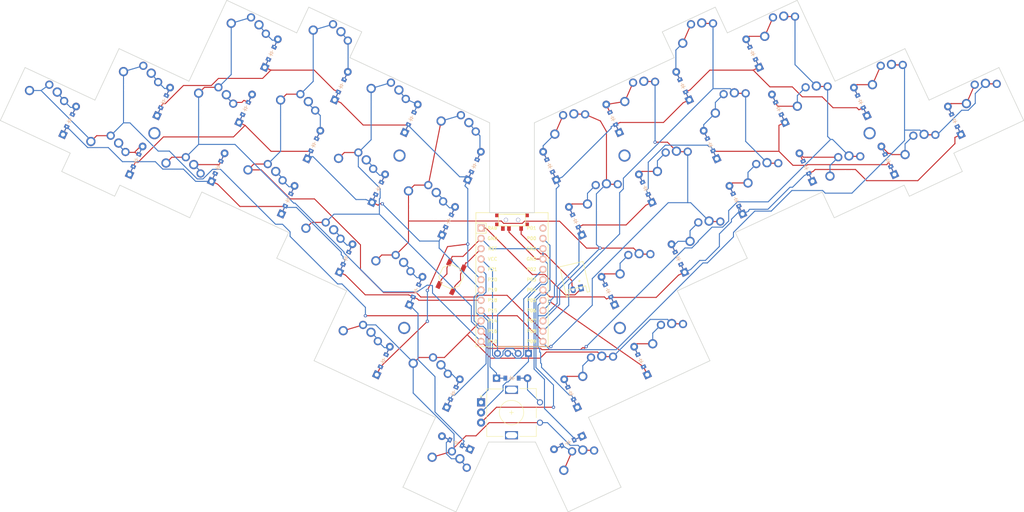
<source format=kicad_pcb>
(kicad_pcb (version 20211014) (generator pcbnew)
  (title_block (title "Balbuzard") (rev "Rev1") (company "Albert-IV"))
  (layers (0 "F.Cu" signal) (31 "B.Cu" signal) (34 "B.Paste" user) (35 "F.Paste" user) (36 "B.SilkS" user "B.Silkscreen") (37 "F.SilkS" user "F.Silkscreen") (38 "B.Mask" user) (39 "F.Mask" user) (44 "Edge.Cuts" user))
  (net 0 "")
  (net 1 "pinky_bottom")
  (net 2 "P9")
  (net 3 "P18")
  (net 4 "pinky_home")
  (net 5 "P19")
  (net 6 "pinky_top")
  (net 7 "P20")
  (net 8 "ring_bottom")
  (net 9 "P10")
  (net 10 "ring_home")
  (net 11 "ring_top")
  (net 12 "middle_bottom")
  (net 13 "P8")
  (net 14 "middle_home")
  (net 15 "middle_top")
  (net 16 "index_bottom")
  (net 17 "P16")
  (net 18 "index_home")
  (net 19 "index_top")
  (net 20 "inner_bottom")
  (net 21 "P7")
  (net 22 "inner_home")
  (net 23 "inner_top")
  (net 24 "near_thumb")
  (net 25 "P14")
  (net 26 "home_thumb")
  (net 27 "far_thumb")
  (net 28 "mirror_pinky_bottom")
  (net 29 "P4")
  (net 30 "mirror_pinky_home")
  (net 31 "P5")
  (net 32 "mirror_pinky_top")
  (net 33 "P6")
  (net 34 "mirror_ring_bottom")
  (net 35 "mirror_ring_home")
  (net 36 "mirror_ring_top")
  (net 37 "mirror_middle_bottom")
  (net 38 "mirror_middle_home")
  (net 39 "mirror_middle_top")
  (net 40 "mirror_index_bottom")
  (net 41 "mirror_index_home")
  (net 42 "mirror_index_top")
  (net 43 "mirror_inner_bottom")
  (net 44 "mirror_inner_home")
  (net 45 "mirror_inner_top")
  (net 46 "mirror_near_thumb")
  (net 47 "mirror_home_thumb")
  (net 48 "mirror_far_thumb")
  (net 49 "RAW")
  (net 50 "GND")
  (net 51 "RST")
  (net 52 "VCC")
  (net 53 "P21")
  (net 54 "P15")
  (net 55 "P1")
  (net 56 "P0")
  (net 57 "P2")
  (net 58 "P3")
  (net 59 "rotary_diode")
  (net 60 "slider_positive")
  (footprint "E73:SPDT_C128955" (layer "F.Cu") (at 139.88 83.03)
    (fp_text reference "T1" hide)
    (fp_text value "" hide)
  )
  (footprint "E73:SW_TACT_ALPS_SKQGABE010" (layer "F.Cu") (at 124.88 97.03 -115)
    (fp_text reference "B1" hide)
    (fp_text value "" hide)
  )
  (footprint "ComboDiode" (layer "F.Cu") (at 115.0689 58.0472 65)
    (fp_text reference "D12" hide)
    (fp_text value "" hide)
  )
  (footprint "PG1350" (layer "F.Cu") (at 23.4982 55.0687 -25)
    (fp_text reference "S2" hide)
    (fp_text value "" hide)
  )
  (footprint "rotary_encoder" (layer "F.Cu") (at 139.88 130.53)
    (fp_text reference "ROT1" hide)
    (fp_text value "")
  )
  (footprint "MX" (layer "F.Cu") (at 214.6375 55.7209 25)
    (fp_text reference "S45" hide)
    (fp_text value "" hide)
  )
  (footprint "ComboDiode" (layer "F.Cu") (at 225.6482 53.8967 115)
    (fp_text reference "D21" hide)
    (fp_text value "" hide)
  )
  (footprint "PG1350" (layer "F.Cu") (at 117.9423 122.2796 -25)
    (fp_text reference "S34" hide)
    (fp_text value "" hide)
  )
  (footprint "PG1350" (layer "F.Cu") (at 233.1252 50.4101 25)
    (fp_text reference "S42" hide)
    (fp_text value "" hide)
  )
  (footprint "MX" (layer "F.Cu") (at 38.6049 67.63 -25)
    (fp_text reference "S3" hide)
    (fp_text value "" hide)
  )
  (footprint "MX" (layer "F.Cu") (at 202.4891 74.6264 25)
    (fp_text reference "S49" hide)
    (fp_text value "" hide)
  )
  (footprint "MX" (layer "F.Cu") (at 100.7224 114.2499 -25)
    (fp_text reference "S31" hide)
    (fp_text value "" hide)
  )
  (footprint "PG1350" (layer "F.Cu") (at 77.2708 74.6264 -25)
    (fp_text reference "S14" hide)
    (fp_text value "" hide)
  )
  (footprint "PG1350" (layer "F.Cu") (at 157.1591 145.4161 25)
    (fp_text reference "S72" hide)
    (fp_text value "" hide)
  )
  (footprint "MountingHole_2.2mm_M2_Pad_Via" (layer "F.Cu") (at 167.573 67.1854 25)
    (fp_text reference "HOLE2" hide)
    (fp_text value "")
  )
  (footprint "ComboDiode" (layer "F.Cu") (at 180.7505 92.4869 115)
    (fp_text reference "D28" hide)
    (fp_text value "" hide)
  )
  (footprint "PG1350" (layer "F.Cu") (at 194.4593 57.4065 25)
    (fp_text reference "S52" hide)
    (fp_text value "" hide)
  )
  (footprint "PG1350" (layer "F.Cu") (at 162.978 79.8102 25)
    (fp_text reference "S64" hide)
    (fp_text value "" hide)
  )
  (footprint "ComboDiode" (layer "F.Cu") (at 67.528 70.0832 65)
    (fp_text reference "D4" hide)
    (fp_text value "" hide)
  )
  (footprint "MX" (layer "F.Cu") (at 194.4593 57.4065 25)
    (fp_text reference "S51" hide)
    (fp_text value "" hide)
  )
  (footprint "ComboDiode" (layer "F.Cu") (at 188.6728 64.5184 115)
    (fp_text reference "D26" hide)
    (fp_text value "" hide)
  )
  (footprint "MX" (layer "F.Cu") (at 91.5323 89.0003 -25)
    (fp_text reference "S19" hide)
    (fp_text value "" hide)
  )
  (footprint "PG1350" (layer "F.Cu") (at 91.5323 89.0003 -25)
    (fp_text reference "S20" hide)
    (fp_text value "" hide)
  )
  (footprint "ComboDiode" (layer "F.Cu") (at 54.1117 53.8967 65)
    (fp_text reference "D3" hide)
    (fp_text value "" hide)
  )
  (footprint "PG1350" (layer "F.Cu") (at 100.7224 114.2499 -25)
    (fp_text reference "S32" hide)
    (fp_text value "" hide)
  )
  (footprint "MX" (layer "F.Cu") (at 186.4296 40.1867 25)
    (fp_text reference "S53" hide)
    (fp_text value "" hide)
  )
  (footprint "PG1350" (layer "F.Cu") (at 186.4296 40.1867 25)
    (fp_text reference "S54" hide)
    (fp_text value "" hide)
  )
  (footprint "PG1350" (layer "F.Cu") (at 57.0927 72.9408 -25)
    (fp_text reference "S8" hide)
    (fp_text value "" hide)
  )
  (footprint "PG1350" (layer "F.Cu") (at 93.3303 40.1867 -25)
    (fp_text reference "S18" hide)
    (fp_text value "" hide)
  )
  (footprint "PG1350" (layer "F.Cu") (at 108.7522 97.03 -25)
    (fp_text reference "S26" hide)
    (fp_text value "" hide)
  )
  (footprint "ComboDiode" (layer "F.Cu") (at 139.88 122.03)
    (fp_text reference "D37" hide)
    (fp_text value "" hide)
  )
  (footprint "ComboDiode" (layer "F.Cu") (at 171.5604 117.7365 115)
    (fp_text reference "D34" hide)
    (fp_text value "" hide)
  )
  (footprint "lib:OLED_headers" (layer "F.Cu") (at 134.13 117.53 90)
    (fp_text reference "OLED1" hide)
    (fp_text value "OLED")
  )
  (footprint "ComboDiode" (layer "F.Cu") (at 172.7208 75.267 115)
    (fp_text reference "D29" hide)
    (fp_text value "" hide)
  )
  (footprint "MX" (layer "F.Cu") (at 256.2617 55.0687 25)
    (fp_text reference "S37" hide)
    (fp_text value "" hide)
  )
  (footprint "MX" (layer "F.Cu") (at 154.9482 62.5903 25)
    (fp_text reference "S65" hide)
    (fp_text value "" hide)
  )
  (footprint "MX" (layer "F.Cu") (at 180.1978 71.7804 25)
    (fp_text reference "S57" hide)
    (fp_text value "" hide)
  )
  (footprint "MX" (layer "F.Cu") (at 124.8117 62.5903 -25)
    (fp_text reference "S29" hide)
    (fp_text value "" hide)
  )
  (footprint "MX" (layer "F.Cu") (at 241.155 67.63 25)
    (fp_text reference "S39" hide)
    (fp_text value "" hide)
  )
  (footprint "MountingHole_2.2mm_M2_Pad_Via" (layer "F.Cu") (at 113.3472 109.6548 -25)
    (fp_text reference "HOLE5" hide)
    (fp_text value "")
  )
  (footprint "MX" (layer "F.Cu") (at 46.6347 50.4101 -25)
    (fp_text reference "S5" hide)
    (fp_text value "" hide)
  )
  (footprint "MX" (layer "F.Cu") (at 108.7522 97.03 -25)
    (fp_text reference "S25" hide)
    (fp_text value "" hide)
  )
  (footprint "MX" (layer "F.Cu") (at 172.1681 54.5606 25)
    (fp_text reference "S59" hide)
    (fp_text value "" hide)
  )
  (footprint "ComboDiode" (layer "F.Cu") (at 30.9752 58.5553 65)
    (fp_text reference "D1" hide)
    (fp_text value "" hide)
  )
  (footprint "ComboDiode" (layer "F.Cu") (at 153.6725 137.9391 -155)
    (fp_text reference "D36" hide)
    (fp_text value "" hide)
  )
  (footprint "ComboDiode" (layer "F.Cu") (at 97.849 50.0174 65)
    (fp_text reference "D9" hide)
    (fp_text value "" hide)
  )
  (footprint "PG1350" (layer "F.Cu") (at 161.8176 122.2796 25)
    (fp_text reference "S70" hide)
    (fp_text value "" hide)
  )
  (footprint "PG1350" (layer "F.Cu") (at 256.2617 55.0687 25)
    (fp_text reference "S38" hide)
    (fp_text value "" hide)
  )
  (footprint "MX" (layer "F.Cu") (at 206.6078 38.5011 25)
    (fp_text reference "S47" hide)
    (fp_text value "" hide)
  )
  (footprint "MountingHole_2.2mm_M2_Pad_Via" (layer "F.Cu") (at 166.4127 109.6548 25)
    (fp_text reference "HOLE6" hide)
    (fp_text value "")
  )
  (footprint "ComboDiode" (layer "F.Cu") (at 181.9109 50.0174 115)
    (fp_text reference "D27" hide)
    (fp_text value "" hide)
  )
  (footprint "MX" (layer "F.Cu") (at 116.7819 79.8102 -25)
    (fp_text reference "S27" hide)
    (fp_text value "" hide)
  )
  (footprint "PG1350" (layer "F.Cu") (at 241.155 67.63 25)
    (fp_text reference "S40" hide)
    (fp_text value "" hide)
  )
  (footprint "ComboDiode" (layer "F.Cu") (at 80.6292 41.9877 65)
    (fp_text reference "D6" hide)
    (fp_text value "" hide)
  )
  (footprint "PG1350" (layer "F.Cu") (at 206.6078 38.5011 25)
    (fp_text reference "S48" hide)
    (fp_text value "" hide)
  )
  (footprint "ComboDiode" (layer "F.Cu") (at 74.2899 55.5823 65)
    (fp_text reference "D5" hide)
    (fp_text value "" hide)
  )
  (footprint "MX" (layer "F.Cu") (at 23.4982 55.0687 -25)
    (fp_text reference "S1" hide)
    (fp_text value "" hide)
  )
  (footprint "MX" (layer "F.Cu") (at 93.3303 40.1867 -25)
    (fp_text reference "S17" hide)
    (fp_text value "" hide)
  )
  (footprint "ComboDiode" (layer "F.Cu") (at 116.2292 100.5166 65)
    (fp_text reference "D13" hide)
    (fp_text value "" hide)
  )
  (footprint "ComboDiode" (layer "F.Cu") (at 212.2319 70.0832 115)
    (fp_text reference "D22" hide)
    (fp_text value "" hide)
  )
  (footprint "MX" (layer "F.Cu") (at 162.978 79.8102 25)
    (fp_text reference "S63" hide)
    (fp_text value "" hide)
  )
  (footprint "ComboDiode" (layer "F.Cu") (at 126.0875 137.9391 155)
    (fp_text reference "D18" hide)
    (fp_text value "" hide)
  )
  (footprint "ComboDiode" (layer "F.Cu") (at 164.691 58.0472 115)
    (fp_text reference "D30" hide)
    (fp_text value "" hide)
  )
  (footprint "PG1350" (layer "F.Cu") (at 65.1224 55.7209 -25)
    (fp_text reference "S10" hide)
    (fp_text value "" hide)
  )
  (footprint "ComboDiode" (layer "F.Cu") (at 130.5983 69.7022 65)
    (fp_text reference "D15" hide)
    (fp_text value "" hide)
  )
  (footprint "ComboDiode" (layer "F.Cu") (at 84.7479 78.113 65)
    (fp_text reference "D7" hide)
    (fp_text value "" hide)
  )
  (footprint "ComboDiode" (layer "F.Cu") (at 154.3406 125.7662 115)
    (fp_text reference "D35" hide)
    (fp_text value "" hide)
  )
  (footprint "PG1350" (layer "F.Cu") (at 202.4891 74.6264 25)
    (fp_text reference "S50" hide)
    (fp_text value "" hide)
  )
  (footprint "PG1350" (layer "F.Cu") (at 99.5621 71.7804 -25)
    (fp_text reference "S22" hide)
    (fp_text value "" hide)
  )
  (footprint "ComboDiode" (layer "F.Cu") (at 91.0871 64.5184 65)
    (fp_text reference "D8" hide)
    (fp_text value "" hide)
  )
  (footprint "ComboDiode" (layer "F.Cu") (at 232.4101 68.3976 115)
    (fp_text reference "D20" hide)
    (fp_text value "" hide)
  )
  (footprint "PG1350" (layer "F.Cu") (at 85.3006 57.4065 -25)
    (fp_text reference "S16" hide)
    (fp_text value "" hide)
  )
  (footprint "PG1350" (layer "F.Cu") (at 116.7819 79.8102 -25)
    (fp_text reference "S28" hide)
    (fp_text value "" hide)
  )
  (footprint "MX" (layer "F.Cu") (at 99.5621 71.7804 -25)
    (fp_text reference "S21" hide)
    (fp_text value "" hide)
  )
  (footprint "ComboDiode" (layer "F.Cu") (at 124.259 83.2968 65)
    (fp_text reference "D14" hide)
    (fp_text value "" hide)
  )
  (footprint "MX" (layer "F.Cu") (at 122.6009 145.4161 -25)
    (fp_text reference "S35" hide)
    (fp_text value "" hide)
  )
  (footprint "ComboDiode" (layer "F.Cu") (at 205.47 55.5823 115)
    (fp_text reference "D23" hide)
    (fp_text value "" hide)
  )
  (footprint "PG1350" (layer "F.Cu") (at 46.6347 50.4101 -25)
    (fp_text reference "S6" hide)
    (fp_text value "" hide)
  )
  (footprint "PG1350" (layer "F.Cu") (at 122.6009 145.4161 -25)
    (fp_text reference "S36" hide)
    (fp_text value "" hide)
  )
  (footprint "MX" (layer "F.Cu") (at 179.0375 114.2499 25)
    (fp_text reference "S67" hide)
    (fp_text value "" hide)
  )
  (footprint "ComboDiode" (layer "F.Cu") (at 99.0094 92.4869 65)
    (fp_text reference "D10" hide)
    (fp_text value "" hide)
  )
  (footprint "MX" (layer "F.Cu") (at 233.1252 50.4101 25)
    (fp_text reference "S41" hide)
    (fp_text value "" hide)
  )
  (footprint "PG1350" (layer "F.Cu") (at 107.5918 54.5606 -25)
    (fp_text reference "S24" hide)
    (fp_text value "" hide)
  )
  (footprint "MX" (layer "F.Cu") (at 107.5918 54.5606 -25)
    (fp_text reference "S23" hide)
    (fp_text value "" hide)
  )
  (footprint "MX" (layer "F.Cu") (at 117.9423 122.2796 -25)
    (fp_text reference "S33" hide)
    (fp_text value "" hide)
  )
  (footprint "MountingHole_2.2mm_M2_Pad_Via" (layer "F.Cu") (at 51.8637 61.6754 -25)
    (fp_text reference "HOLE3" hide)
    (fp_text value "")
  )
  (footprint "ComboDiode" (layer "F.Cu") (at 149.1617 69.7022 115)
    (fp_text reference "D33" hide)
    (fp_text value "" hide)
  )
  (footprint "ComboDiode" (layer "F.Cu") (at 155.5009 83.2968 115)
    (fp_text reference "D32" hide)
    (fp_text value "" hide)
  )
  (footprint "MX" (layer "F.Cu") (at 77.2708 74.6264 -25)
    (fp_text reference "S13" hide)
    (fp_text value "" hide)
  )
  (footprint "MX" (layer "F.Cu") (at 171.0077 97.03 25)
    (fp_text reference "S61" hide)
    (fp_text value "" hide)
  )
  (footprint "MX" (layer "F.Cu") (at 188.2276 89.0003 25)
    (fp_text reference "S55" hide)
    (fp_text value "" hide)
  )
  (footprint "ComboDiode" (layer "F.Cu") (at 199.1307 41.9877 115)
    (fp_text reference "D24" hide)
    (fp_text value "" hide)
  )
  (footprint "PG1350" (layer "F.Cu") (at 222.6673 72.9408 25)
    (fp_text reference "S44" hide)
    (fp_text value "" hide)
  )
  (footprint "MX" (layer "F.Cu") (at 85.3006 57.4065 -25)
    (fp_text reference "S15" hide)
    (fp_text value "" hide)
  )
  (footprint "PG1350" (layer "F.Cu") (at 38.6049 67.63 -25)
    (fp_text reference "S4" hide)
    (fp_text value "" hide)
  )
  (footprint "MX" (layer "F.Cu") (at 65.1224 55.7209 -25)
    (fp_text reference "S9" hide)
    (fp_text value "" hide)
  )
  (footprint "PG1350" (layer "F.Cu") (at 180.1978 71.7804 25)
    (fp_text reference "S58" hide)
    (fp_text value "" hide)
  )
  (footprint "ComboDiode" (layer "F.Cu") (at 125.4193 125.7662 65)
    (fp_text reference "D17" hide)
    (fp_text value "" hide)
  )
  (footprint "ComboDiode" (layer "F.Cu") (at 108.1995 117.7365 65)
    (fp_text reference "D16" hide)
    (fp_text value "" hide)
  )
  (footprint "ProMicro" (layer "F.Cu") (at 139.88 99.03 -90)
    (fp_text reference "MCU1" hide)
    (fp_text value "" hide)
  )
  (footprint "MX" (layer "F.Cu") (at 57.0927 72.9408 -25)
    (fp_text reference "S7" hide)
    (fp_text value "" hide)
  )
  (footprint "PG1350" (layer "F.Cu") (at 179.0375 114.2499 25)
    (fp_text reference "S68" hide)
    (fp_text value "" hide)
  )
  (footprint "MX" (layer "F.Cu") (at 222.6673 72.9408 25)
    (fp_text reference "S43" hide)
    (fp_text value "" hide)
  )
  (footprint "JST_PH_S2B-PH-K_02x2.00mm_Angled" (layer "F.Cu") (at 155.88 100.03 -167)
    (fp_text reference "JST1" hide)
    (fp_text value "" hide)
  )
  (footprint "ComboDiode" (layer "F.Cu") (at 47.3498 68.3976 65)
    (fp_text reference "D2" hide)
    (fp_text value "" hide)
  )
  (footprint "PG1350" (layer "F.Cu") (at 124.8117 62.5903 -25)
    (fp_text reference "S30" hide)
    (fp_text value "" hide)
  )
  (footprint "PG1350" (layer "F.Cu") (at 188.2276 89.0003 25)
    (fp_text reference "S56" hide)
    (fp_text value "" hide)
  )
  (footprint "PG1350" (layer "F.Cu") (at 73.1521 38.5011 -25)
    (fp_text reference "S12" hide)
    (fp_text value "" hide)
  )
  (footprint "MountingHole_2.2mm_M2_Pad_Via" (layer "F.Cu") (at 112.1869 67.1854 -25)
    (fp_text reference "HOLE1" hide)
    (fp_text value "")
  )
  (footprint "PG1350" (layer "F.Cu") (at 172.1681 54.5606 25)
    (fp_text reference "S60" hide)
    (fp_text value "" hide)
  )
  (footprint "ComboDiode" (layer "F.Cu") (at 107.0391 75.267 65)
    (fp_text reference "D11" hide)
    (fp_text value "" hide)
  )
  (footprint "MountingHole_2.2mm_M2_Pad_Via" (layer "F.Cu") (at 227.8962 61.6754 25)
    (fp_text reference "HOLE4" hide)
    (fp_text value "")
  )
  (footprint "ComboDiode" (layer "F.Cu") (at 195.012 78.113 115)
    (fp_text reference "D25" hide)
    (fp_text value "" hide)
  )
  (footprint "MX" (layer "F.Cu") (at 73.1521 38.5011 -25)
    (fp_text reference "S11" hide)
    (fp_text value "" hide)
  )
  (footprint "ComboDiode" (layer "F.Cu") (at 248.7847 58.5553 115)
    (fp_text reference "D19" hide)
    (fp_text value "" hide)
  )
  (footprint "MX" (layer "F.Cu") (at 157.1591 145.4161 25)
    (fp_text reference "S71" hide)
    (fp_text value "" hide)
  )
  (footprint "PG1350" (layer "F.Cu") (at 171.0077 97.03 25)
    (fp_text reference "S62" hide)
    (fp_text value "" hide)
  )
  (footprint "ComboDiode" (layer "F.Cu") (at 163.5307 100.5166 115)
    (fp_text reference "D31" hide)
    (fp_text value "" hide)
  )
  (footprint "PG1350" (layer "F.Cu") (at 214.6375 55.7209 25)
    (fp_text reference "S46" hide)
    (fp_text value "" hide)
  )
  (footprint "MX" (layer "F.Cu") (at 161.8176 122.2796 25)
    (fp_text reference "S69" hide)
    (fp_text value "" hide)
  )
  (footprint "PG1350" (layer "F.Cu") (at 154.9482 62.5903 25)
    (fp_text reference "S66" hide)
    (fp_text value "" hide)
  )
  (gr_line (start 113.032589 148.89868) (end 121.062336 131.678832) (layer "Edge.Cuts") (width 0.15))
  (gr_line (start 43.355366 74.479296) (end 60.575214 82.509043) (layer "Edge.Cuts") (width 0.15))
  (gr_line (start 219.184696 82.509043) (end 236.404544 74.479296) (layer "Edge.Cuts") (width 0.15))
  (gr_line (start 13.929923 58.551231) (end 31.149771 66.580978) (layer "Edge.Cuts") (width 0.15))
  (gr_line (start 236.404544 74.479296) (end 237.672399 77.19822) (layer "Edge.Cuts") (width 0.15))
  (gr_line (start 134.113168 137.764535) (end 145.646742 137.764535) (layer "Edge.Cuts") (width 0.15))
  (gr_line (start 192.870483 36.962559) (end 210.090331 28.932812) (layer "Edge.Cuts") (width 0.15))
  (gr_line (start 180.575984 100.512581) (end 197.795832 92.482834) (layer "Edge.Cuts") (width 0.15))
  (gr_line (start 145.379955 59.107756) (end 145.379955 81.240321) (layer "Edge.Cuts") (width 0.15))
  (gr_line (start 192.870483 36.962559) (end 189.912155 30.618405) (layer "Edge.Cuts") (width 0.15))
  (gr_line (start 99.940259 43.048262) (end 102.898587 36.704108) (layer "Edge.Cuts") (width 0.15))
  (gr_line (start 237.672399 77.19822) (end 250.723231 71.112517) (layer "Edge.Cuts") (width 0.15))
  (gr_line (start 194.837504 86.13868) (end 216.226368 76.164889) (layer "Edge.Cuts") (width 0.15))
  (gr_line (start 189.912155 30.618405) (end 176.861323 36.704108) (layer "Edge.Cuts") (width 0.15))
  (gr_line (start 69.669579 28.932812) (end 86.889427 36.962559) (layer "Edge.Cuts") (width 0.15))
  (gr_line (start 210.090331 28.932812) (end 219.387933 48.871584) (layer "Edge.Cuts") (width 0.15))
  (gr_line (start 134.379955 81.240321) (end 134.379955 59.107756) (layer "Edge.Cuts") (width 0.15))
  (gr_line (start 216.226368 76.164889) (end 219.184696 82.509043) (layer "Edge.Cuts") (width 0.15))
  (gr_line (start 176.861323 36.704108) (end 179.819651 43.048262) (layer "Edge.Cuts") (width 0.15))
  (gr_line (start 42.087512 77.19822) (end 43.355366 74.479296) (layer "Edge.Cuts") (width 0.15))
  (gr_line (start 84.922406 86.13868) (end 81.964078 92.482834) (layer "Edge.Cuts") (width 0.15))
  (gr_line (start 145.379955 59.107756) (end 179.819651 43.048262) (layer "Edge.Cuts") (width 0.15))
  (gr_line (start 197.795832 92.482834) (end 194.837504 86.13868) (layer "Edge.Cuts") (width 0.15))
  (gr_line (start 20.015626 45.500398) (end 13.929923 58.551231) (layer "Edge.Cuts") (width 0.15))
  (gr_line (start 60.371977 48.871584) (end 69.669579 28.932812) (layer "Edge.Cuts") (width 0.15))
  (gr_line (start 113.032589 148.89868) (end 126.083421 154.984383) (layer "Edge.Cuts") (width 0.15))
  (gr_line (start 60.575214 82.509043) (end 63.533542 76.164889) (layer "Edge.Cuts") (width 0.15))
  (gr_line (start 81.964078 92.482834) (end 99.183926 100.512581) (layer "Edge.Cuts") (width 0.15))
  (gr_line (start 248.61014 66.580978) (end 265.829988 58.551231) (layer "Edge.Cuts") (width 0.15))
  (gr_line (start 43.152129 40.841836) (end 60.371977 48.871584) (layer "Edge.Cuts") (width 0.15))
  (gr_line (start 236.607781 40.841836) (end 242.524437 53.530145) (layer "Edge.Cuts") (width 0.15))
  (gr_line (start 265.829988 58.551231) (end 259.744285 45.500398) (layer "Edge.Cuts") (width 0.15))
  (gr_line (start 145.646742 137.764535) (end 153.676489 154.984383) (layer "Edge.Cuts") (width 0.15))
  (gr_line (start 242.524437 53.530145) (end 259.744285 45.500398) (layer "Edge.Cuts") (width 0.15))
  (gr_line (start 63.533542 76.164889) (end 84.922406 86.13868) (layer "Edge.Cuts") (width 0.15))
  (gr_line (start 99.940259 43.048262) (end 134.379955 59.107756) (layer "Edge.Cuts") (width 0.15))
  (gr_line (start 37.235474 53.530145) (end 43.152129 40.841836) (layer "Edge.Cuts") (width 0.15))
  (gr_line (start 250.723231 71.112517) (end 248.61014 66.580978) (layer "Edge.Cuts") (width 0.15))
  (gr_line (start 158.697574 131.678832) (end 188.605731 117.732429) (layer "Edge.Cuts") (width 0.15))
  (gr_line (start 219.387933 48.871584) (end 236.607781 40.841836) (layer "Edge.Cuts") (width 0.15))
  (gr_line (start 29.036679 71.112517) (end 42.087512 77.19822) (layer "Edge.Cuts") (width 0.15))
  (gr_line (start 31.149771 66.580978) (end 29.036679 71.112517) (layer "Edge.Cuts") (width 0.15))
  (gr_line (start 153.676489 154.984383) (end 166.727321 148.89868) (layer "Edge.Cuts") (width 0.15))
  (gr_line (start 102.898587 36.704108) (end 89.847755 30.618405) (layer "Edge.Cuts") (width 0.15))
  (gr_line (start 145.379955 81.240321) (end 134.379955 81.240321) (layer "Edge.Cuts") (width 0.15))
  (gr_line (start 89.847755 30.618405) (end 86.889427 36.962559) (layer "Edge.Cuts") (width 0.15))
  (gr_line (start 180.575984 100.512581) (end 188.605731 117.732429) (layer "Edge.Cuts") (width 0.15))
  (gr_line (start 91.154179 117.732429) (end 121.062336 131.678832) (layer "Edge.Cuts") (width 0.15))
  (gr_line (start 91.154179 117.732429) (end 99.183926 100.512581) (layer "Edge.Cuts") (width 0.15))
  (gr_line (start 20.015626 45.500398) (end 37.235474 53.530145) (layer "Edge.Cuts") (width 0.15))
  (gr_line (start 158.697574 131.678832) (end 166.727321 148.89868) (layer "Edge.Cuts") (width 0.15))
  (gr_line (start 126.083421 154.984383) (end 134.113168 137.764535) (layer "Edge.Cuts") (width 0.15))
  (segment (start 32.5854 55.609) (end 32.5854 55.1023) (width 0.25) (layer "F.Cu") (net 1))
  (segment (start 31.6725 57.0599) (end 32.1425 56.0519) (width 0.25) (layer "F.Cu") (net 1))
  (segment (start 32.1425 56.0519) (end 32.5854 55.609) (width 0.25) (layer "F.Cu") (net 1))
  (via (at 31.67252 57.059892) (size 0.8) (drill 0.4) (layers "F.Cu" "B.Cu") (net 1))
  (segment (start 32.1425 55.3237) (end 32.1425 56.0519) (width 0.25) (layer "B.Cu") (net 1))
  (segment (start 31.2216 55.3237) (end 29.6357 53.7378) (width 0.25) (layer "B.Cu") (net 1))
  (segment (start 27.947123 51.538107) (end 29.635688 53.737822) (width 0.25) (layer "B.Cu") (net 1))
  (segment (start 32.5854 55.1023) (end 32.364 55.3237) (width 0.25) (layer "B.Cu") (net 1))
  (segment (start 31.6725 57.0599) (end 32.1425 56.0519) (width 0.25) (layer "B.Cu") (net 1))
  (segment (start 32.364 55.3237) (end 32.1425 55.3237) (width 0.25) (layer "B.Cu") (net 1))
  (segment (start 32.1425 55.3237) (end 31.2216 55.3237) (width 0.25) (layer "B.Cu") (net 1))
  (segment (start 141.15 106.65) (end 147.5 113) (width 0.25) (layer "F.Cu") (net 2))
  (segment (start 41.0983 62.2828) (end 37.6603 62.2828) (width 0.25) (layer "F.Cu") (net 2))
  (segment (start 37.6603 62.2828) (end 36.2253 63.7178) (width 0.25) (layer "F.Cu") (net 2))
  (segment (start 236.0508 44.853) (end 233.4007 44.853) (width 0.25) (layer "F.Cu") (net 2))
  (segment (start 233.4007 44.853) (end 233.2803 44.7326) (width 0.25) (layer "F.Cu") (net 2))
  (segment (start 241.4305 62.0729) (end 241.3101 61.9525) (width 0.25) (layer "F.Cu") (net 2))
  (segment (start 244.0806 62.0729) (end 241.4305 62.0729) (width 0.25) (layer "F.Cu") (net 2))
  (segment (start 103.7967 106.65) (end 141.15 106.65) (width 0.25) (layer "F.Cu") (net 2))
  (segment (start 259.1873 49.5116) (end 256.5372 49.5116) (width 0.25) (layer "F.Cu") (net 2))
  (segment (start 256.5372 49.5116) (end 256.4168 49.3912) (width 0.25) (layer "F.Cu") (net 2))
  (via (at 103.7967 106.65) (size 0.8) (drill 0.4) (layers "F.Cu" "B.Cu") (net 2))
  (segment (start 85.2578 87.1011) (end 96.9686 98.8119) (width 0.25) (layer "B.Cu") (net 2))
  (segment (start 96.9686 98.8119) (end 98.0233 98.8119) (width 0.25) (layer "B.Cu") (net 2))
  (segment (start 55.5464 66.086) (end 62.4124 72.952) (width 0.25) (layer "B.Cu") (net 2))
  (segment (start 186.8731 93.6349) (end 187.9607 93.6349) (width 0.25) (layer "B.Cu") (net 2))
  (segment (start 44.255118 46.497903) (end 49.128148 45.062884) (width 0.25) (layer "B.Cu") (net 2))
  (segment (start 44.2551 59.126) (end 45.8408 59.126) (width 0.25) (layer "B.Cu") (net 2))
  (segment (start 23.9605 51.1565) (end 21.1186 51.1565) (width 0.25) (layer "B.Cu") (net 2))
  (segment (start 187.9607 93.6349) (end 194.3886 87.207) (width 0.25) (layer "B.Cu") (net 2))
  (segment (start 236.4981 45.3003) (end 236.0508 44.853) (width 0.25) (layer "B.Cu") (net 2))
  (segment (start 253.91 54.2868) (end 253.91 51.898) (width 0.25) (layer "B.Cu") (net 2))
  (segment (start 103.7967 104.5853) (end 103.7967 106.65) (width 0.25) (layer "B.Cu") (net 2))
  (segment (start 216.9802 76.4446) (end 223.5503 76.4446) (width 0.25) (layer "B.Cu") (net 2))
  (segment (start 83.3864 84.1049) (end 85.2578 85.9763) (width 0.25) (layer "B.Cu") (net 2))
  (segment (start 252.1788 56.018) (end 253.91 54.2868) (width 0.25) (layer "B.Cu") (net 2))
  (segment (start 244.0806 62.0729) (end 244.507 62.0729) (width 0.25) (layer "B.Cu") (net 2))
  (segment (start 149.1893 115.0145) (end 165.4935 115.0145) (width 0.25) (layer "B.Cu") (net 2))
  (segment (start 25.991648 49.721484) (end 23.9605 51.1565) (width 0.25) (layer "B.Cu") (net 2))
  (segment (start 147.5 113.3252) (end 149.1893 115.0145) (width 0.25) (layer "B.Cu") (net 2))
  (segment (start 236.4981 63.4968) (end 236.4981 60.9112) (width 0.25) (layer "B.Cu") (net 2))
  (segment (start 253.91 51.898) (end 256.4168 49.3912) (width 0.25) (layer "B.Cu") (net 2))
  (segment (start 36.2253 63.7178) (end 36.2253 63.4213) (width 0.25) (layer "B.Cu") (net 2))
  (segment (start 66.1898 70.5754) (end 68.1359 70.5754) (width 0.25) (layer "B.Cu") (net 2))
  (segment (start 165.4935 115.0145) (end 186.8731 93.6349) (width 0.25) (layer "B.Cu") (net 2))
  (segment (start 36.2253 63.4213) (end 23.9605 51.1565) (width 0.25) (layer "B.Cu") (net 2))
  (segment (start 85.2578 85.9763) (end 85.2578 87.1011) (width 0.25) (layer "B.Cu") (net 2))
  (segment (start 81.6654 84.1049) (end 83.3864 84.1049) (width 0.25) (layer "B.Cu") (net 2))
  (segment (start 44.2551 46.4979) (end 44.2551 59.126) (width 0.25) (layer "B.Cu") (net 2))
  (segment (start 244.507 62.0729) (end 250.5619 56.018) (width 0.25) (layer "B.Cu") (net 2))
  (segment (start 240.2688 60.9112) (end 241.3101 61.9525) (width 0.25) (layer "B.Cu") (net 2))
  (segment (start 98.0233 98.8119) (end 103.7967 104.5853) (width 0.25) (layer "B.Cu") (net 2))
  (segment (start 44.2551 59.126) (end 41.0983 62.2828) (width 0.25) (layer "B.Cu") (net 2))
  (segment (start 236.4981 60.9112) (end 240.2688 60.9112) (width 0.25) (layer "B.Cu") (net 2))
  (segment (start 147.5 113) (end 147.5 113.3252) (width 0.25) (layer "B.Cu") (net 2))
  (segment (start 194.3886 87.207) (end 194.3886 86.113) (width 0.25) (layer "B.Cu") (net 2))
  (segment (start 194.3886 86.113) (end 199.6355 80.8661) (width 0.25) (layer "B.Cu") (net 2))
  (segment (start 199.6355 80.8661) (end 203.6945 80.8661) (width 0.25) (layer "B.Cu") (net 2))
  (segment (start 223.5503 76.4446) (end 236.4981 63.4968) (width 0.25) (layer "B.Cu") (net 2))
  (segment (start 62.4124 72.952) (end 63.8132 72.952) (width 0.25) (layer "B.Cu") (net 2))
  (segment (start 236.4981 60.9112) (end 236.4981 45.3003) (width 0.25) (layer "B.Cu") (net 2))
  (segment (start 63.8132 72.952) (end 66.1898 70.5754) (width 0.25) (layer "B.Cu") (net 2))
  (segment (start 203.6945 80.8661) (end 208.7642 75.7964) (width 0.25) (layer "B.Cu") (net 2))
  (segment (start 52.8008 66.086) (end 55.5464 66.086) (width 0.25) (layer "B.Cu") (net 2))
  (segment (start 68.1359 70.5754) (end 81.6654 84.1049) (width 0.25) (layer "B.Cu") (net 2))
  (segment (start 208.7642 75.7964) (end 216.332 75.7964) (width 0.25) (layer "B.Cu") (net 2))
  (segment (start 45.8408 59.126) (end 52.8008 66.086) (width 0.25) (layer "B.Cu") (net 2))
  (segment (start 250.5619 56.018) (end 252.1788 56.018) (width 0.25) (layer "B.Cu") (net 2))
  (segment (start 216.332 75.7964) (end 216.9802 76.4446) (width 0.25) (layer "B.Cu") (net 2))
  (segment (start 84.0506 79.6084) (end 83.9289 79.7301) (width 0.25) (layer "F.Cu") (net 3))
  (segment (start 128.0394 138.8494) (end 127.7959 138.8494) (width 0.25) (layer "F.Cu") (net 3))
  (segment (start 66.8307 71.8221) (end 66.8307 71.5786) (width 0.25) (layer "F.Cu") (net 3))
  (segment (start 127.7959 138.8494) (end 127.5829 138.6364) (width 0.25) (layer "F.Cu") (net 3))
  (segment (start 72.9129 79.7301) (end 67.4189 74.2361) (width 0.25) (layer "F.Cu") (net 3))
  (segment (start 115.5319 102.012) (end 114.4376 101.5017) (width 0.25) (layer "F.Cu") (net 3))
  (segment (start 98.0991 94.4388) (end 98.3121 94.2258) (width 0.25) (layer "F.Cu") (net 3))
  (segment (start 29.365 62.0083) (end 30.0649 60.5072) (width 0.25) (layer "F.Cu") (net 3))
  (segment (start 65.9178 73.5362) (end 66.6177 72.0351) (width 0.25) (layer "F.Cu") (net 3))
  (segment (start 30.0649 60.5072) (end 30.2779 60.2942) (width 0.25) (layer "F.Cu") (net 3))
  (segment (start 83.8376 80.0649) (end 83.8376 79.7301) (width 0.25) (layer "F.Cu") (net 3))
  (segment (start 132.26 102.84) (end 116.944 102.84) (width 0.25) (layer "F.Cu") (net 3))
  (segment (start 129.5405 139.5493) (end 128.0394 138.8494) (width 0.25) (layer "F.Cu") (net 3))
  (segment (start 114.4375 101.5018) (end 114.4376 101.5017) (width 0.25) (layer "F.Cu") (net 3))
  (segment (start 116.944 102.84) (end 116.6263 102.5223) (width 0.25) (layer "F.Cu") (net 3))
  (segment (start 98.3121 94.2258) (end 98.3121 93.9823) (width 0.25) (layer "F.Cu") (net 3))
  (segment (start 66.6177 72.0351) (end 66.8307 71.8221) (width 0.25) (layer "F.Cu") (net 3))
  (segment (start 103.7623 101.5018) (end 114.4375 101.5018) (width 0.25) (layer "F.Cu") (net 3))
  (segment (start 115.5319 102.012) (end 116.6263 102.5223) (width 0.25) (layer "F.Cu") (net 3))
  (segment (start 30.2779 60.2942) (end 30.2779 60.0507) (width 0.25) (layer "F.Cu") (net 3))
  (segment (start 83.8376 79.7301) (end 72.9129 79.7301) (width 0.25) (layer "F.Cu") (net 3))
  (segment (start 98.9003 96.6398) (end 103.7623 101.5018) (width 0.25) (layer "F.Cu") (net 3))
  (segment (start 83.1377 81.566) (end 83.8376 80.0649) (width 0.25) (layer "F.Cu") (net 3))
  (segment (start 97.3992 95.9399) (end 98.0991 94.4388) (width 0.25) (layer "F.Cu") (net 3))
  (segment (start 83.9289 79.7301) (end 83.8376 79.7301) (width 0.25) (layer "F.Cu") (net 3))
  (segment (start 97.3992 95.9399) (end 98.9003 96.6398) (width 0.25) (layer "F.Cu") (net 3))
  (segment (start 65.9178 73.5362) (end 67.4189 74.2361) (width 0.25) (layer "F.Cu") (net 3))
  (via (at 66.8307 71.5786) (size 0.8) (drill 0.4) (layers "F.Cu" "B.Cu") (net 3))
  (via (at 98.3121 93.9823) (size 0.8) (drill 0.4) (layers "F.Cu" "B.Cu") (net 3))
  (via (at 30.2779 60.0507) (size 0.8) (drill 0.4) (layers "F.Cu" "B.Cu") (net 3))
  (via (at 115.53188 102.012008) (size 0.8) (drill 0.4) (layers "F.Cu" "B.Cu") (net 3))
  (via (at 84.05058 79.608408) (size 0.8) (drill 0.4) (layers "F.Cu" "B.Cu") (net 3))
  (via (at 127.582908 138.63642) (size 0.8) (drill 0.4) (layers "F.Cu" "B.Cu") (net 3))
  (segment (start 66.6177 72.0351) (end 66.8307 71.8221) (width 0.25) (layer "B.Cu") (net 3))
  (segment (start 98.3121 92.5045) (end 98.7821 92.9745) (width 0.25) (layer "B.Cu") (net 3))
  (segment (start 84.0506 79.9584) (end 86.8195 79.9584) (width 0.25) (layer "B.Cu") (net 3))
  (segment (start 114.619024 103.969633) (end 115.53188 102.012008) (width 0.25) (layer "B.Cu") (net 3))
  (segment (start 66.83068 71.578608) (end 66.8307 71.5786) (width 0.25) (layer "B.Cu") (net 3))
  (segment (start 29.365 62.0083) (end 30.0649 60.5072) (width 0.25) (layer "B.Cu") (net 3))
  (segment (start 116.7453 117.4733) (end 116.7453 106.0959) (width 0.25) (layer "B.Cu") (net 3))
  (segment (start 128.0932 137.542) (end 120.9228 130.3716) (width 0.25) (layer "B.Cu") (net 3))
  (segment (start 120.9228 130.3716) (end 120.9228 121.6508) (width 0.25) (layer "B.Cu") (net 3))
  (segment (start 129.5405 139.5493) (end 128.0394 138.8494) (width 0.25) (layer "B.Cu") (net 3))
  (segment (start 128.0394 138.8494) (end 127.796 138.8494) (width 0.25) (layer "B.Cu") (net 3))
  (segment (start 62.012 73.5362) (end 65.9178 73.5362) (width 0.25) (layer "B.Cu") (net 3))
  (segment (start 97.3992 95.9399) (end 98.0991 94.4388) (width 0.25) (layer "B.Cu") (net 3))
  (segment (start 66.8307 71.8221) (end 66.8307 71.5786) (width 0.25) (layer "B.Cu") (net 3))
  (segment (start 98.3121 94.2258) (end 98.3121 93.9823) (width 0.25) (layer "B.Cu") (net 3))
  (segment (start 30.5418 60.3244) (end 35.431 65.2136) (width 0.25) (layer "B.Cu") (net 3))
  (segment (start 116.7453 106.0959) (end 114.619024 103.969633) (width 0.25) (layer "B.Cu") (net 3))
  (segment (start 86.8195 79.9584) (end 97.8618 91.0007) (width 0.25) (layer "B.Cu") (net 3))
  (segment (start 83.9441 79.9584) (end 84.0506 79.9584) (width 0.25) (layer "B.Cu") (net 3))
  (segment (start 65.9178 73.5362) (end 66.6177 72.0351) (width 0.25) (layer "B.Cu") (net 3))
  (segment (start 43.9857 68.6869) (end 52.0813 68.6869) (width 0.25) (layer "B.Cu") (net 3))
  (segment (start 120.9228 121.6508) (end 116.7453 117.4733) (width 0.25) (layer "B.Cu") (net 3))
  (segment (start 127.5829 138.6364) (end 128.0932 137.542) (width 0.25) (layer "B.Cu") (net 3))
  (segment (start 30.27788 60.050708) (end 30.2779 60.0507) (width 0.25) (layer "B.Cu") (net 3))
  (segment (start 98.3121 93.9823) (end 98.7821 92.9745) (width 0.25) (layer "B.Cu") (net 3))
  (segment (start 30.2477 60.3244) (end 30.2779 60.3244) (width 0.25) (layer "B.Cu") (net 3))
  (segment (start 97.8618 91.0007) (end 97.8618 91.6375) (width 0.25) (layer "B.Cu") (net 3))
  (segment (start 127.583 138.6364) (end 127.5829 138.6364) (width 0.25) (layer "B.Cu") (net 3))
  (segment (start 35.431 65.2136) (end 40.5124 65.2136) (width 0.25) (layer "B.Cu") (net 3))
  (segment (start 30.0649 60.5072) (end 30.2477 60.3244) (width 0.25) (layer "B.Cu") (net 3))
  (segment (start 40.5124 65.2136) (end 43.9857 68.6869) (width 0.25) (layer "B.Cu") (net 3))
  (segment (start 52.0813 68.6869) (end 53.9188 70.5244) (width 0.25) (layer "B.Cu") (net 3))
  (segment (start 98.3121 92.0878) (end 98.3121 92.5045) (width 0.25) (layer "B.Cu") (net 3))
  (segment (start 127.796 138.8494) (end 127.583 138.6364) (width 0.25) (layer "B.Cu") (net 3))
  (segment (start 83.8376 80.0649) (end 83.9441 79.9584) (width 0.25) (layer "B.Cu") (net 3))
  (segment (start 83.1377 81.566) (end 83.8376 80.0649) (width 0.25) (layer "B.Cu") (net 3))
  (segment (start 53.9188 70.5244) (end 59.0002 70.5244) (width 0.25) (layer "B.Cu") (net 3))
  (segment (start 84.0506 79.9584) (end 84.0506 79.6084) (width 0.25) (layer "B.Cu") (net 3))
  (segment (start 98.0991 94.4388) (end 98.3121 94.2258) (width 0.25) (layer "B.Cu") (net 3))
  (segment (start 98.31208 93.982308) (end 98.3121 93.9823) (width 0.25) (layer "B.Cu") (net 3))
  (segment (start 30.2779 60.3244) (end 30.2779 60.0507) (width 0.25) (layer "B.Cu") (net 3))
  (segment (start 30.2779 60.3244) (end 30.5418 60.3244) (width 0.25) (layer "B.Cu") (net 3))
  (segment (start 59.0002 70.5244) (end 62.012 73.5362) (width 0.25) (layer "B.Cu") (net 3))
  (segment (start 97.8618 91.6375) (end 98.3121 92.0878) (width 0.25) (layer "B.Cu") (net 3))
  (segment (start 48.0471 66.9022) (end 46.9527 66.3919) (width 0.25) (layer "F.Cu") (net 4))
  (segment (start 48.4 64.9446) (end 46.9527 66.3919) (width 0.25) (layer "F.Cu") (net 4))
  (segment (start 44.8352 66.3919) (end 44.7424 66.2991) (width 0.25) (layer "F.Cu") (net 4))
  (segment (start 46.9527 66.3919) (end 44.8352 66.3919) (width 0.25) (layer "F.Cu") (net 4))
  (segment (start 48.96 64.9446) (end 48.4 64.9446) (width 0.25) (layer "F.Cu") (net 4))
  (via (at 48.04712 66.902192) (size 0.8) (drill 0.4) (layers "F.Cu" "B.Cu") (net 4))
  (segment (start 48.5171 65.3875) (end 48.5171 65.8942) (width 0.25) (layer "B.Cu") (net 4))
  (segment (start 48.96 64.9446) (end 48.5171 65.3875) (width 0.25) (layer "B.Cu") (net 4))
  (segment (start 48.0471 66.9022) (end 48.5171 65.8942) (width 0.25) (layer "B.Cu") (net 4))
  (segment (start 44.7424 66.2991) (end 43.0538 64.6105) (width 0.25) (layer "B.Cu") (net 4))
  (segment (start 43.0538 64.6105) (end 43.0538 64.0994) (width 0.25) (layer "B.Cu") (net 4))
  (segment (start 89.4769 67.9714) (end 90.1768 66.4703) (width 0.25) (layer "F.Cu") (net 5))
  (segment (start 105.4289 78.72) (end 106.1288 77.2189) (width 0.25) (layer "F.Cu") (net 5))
  (segment (start 73.5926 57.3212) (end 73.5926 57.0777) (width 0.25) (layer "F.Cu") (net 5))
  (segment (start 124.509 127.7181) (end 124.722 127.5051) (width 0.25) (layer "F.Cu") (net 5))
  (segment (start 90.2681 66.1355) (end 90.1768 66.1355) (width 0.25) (layer "F.Cu") (net 5))
  (segment (start 106.1288 77.2189) (end 106.3418 77.0059) (width 0.25) (layer "F.Cu") (net 5))
  (segment (start 71.3208 62.5952) (end 74.1808 59.7352) (width 0.25) (layer "F.Cu") (net 5))
  (segment (start 107.2841 79.0658) (end 107.9593 79.0658) (width 0.25) (layer "F.Cu") (net 5))
  (segment (start 106.93 79.4199) (end 107.2841 79.0658) (width 0.25) (layer "F.Cu") (net 5))
  (segment (start 45.7396 71.8506) (end 46.4395 70.3495) (width 0.25) (layer "F.Cu") (net 5))
  (segment (start 106.3418 77.0059) (end 106.3418 76.7624) (width 0.25) (layer "F.Cu") (net 5))
  (segment (start 90.1768 66.1355) (end 80.5811 66.1355) (width 0.25) (layer "F.Cu") (net 5))
  (segment (start 72.6797 59.0353) (end 74.1808 59.7352) (width 0.25) (layer "F.Cu") (net 5))
  (segment (start 90.3898 66.0138) (end 90.2681 66.1355) (width 0.25) (layer "F.Cu") (net 5))
  (segment (start 47.1225 68.8852) (end 47.782 68.8852) (width 0.25) (layer "F.Cu") (net 5))
  (segment (start 124.722 127.5051) (end 124.722 127.2616) (width 0.25) (layer "F.Cu") (net 5))
  (segment (start 72.6797 59.0353) (end 73.3796 57.5342) (width 0.25) (layer "F.Cu") (net 5))
  (segment (start 46.6525 69.893) (end 47.1225 68.8852) (width 0.25) (layer "F.Cu") (net 5))
  (segment (start 122.6488 86.2431) (end 122.6488 86.7498) (width 0.25) (layer "F.Cu") (net 5))
  (segment (start 123.8091 129.2192) (end 124.509 127.7181) (width 0.25) (layer "F.Cu") (net 5))
  (segment (start 47.782 68.8852) (end 54.072 62.5952) (width 0.25) (layer "F.Cu") (net 5))
  (segment (start 54.072 62.5952) (end 71.3208 62.5952) (width 0.25) (layer "F.Cu") (net 5))
  (segment (start 105.4289 78.72) (end 106.93 79.4199) (width 0.25) (layer "F.Cu") (net 5))
  (segment (start 46.4395 70.3495) (end 46.6525 70.1365) (width 0.25) (layer "F.Cu") (net 5))
  (segment (start 90.1768 66.4703) (end 90.1768 66.1355) (width 0.25) (layer "F.Cu") (net 5))
  (segment (start 123.5617 84.7922) (end 123.0917 85.8002) (width 0.25) (layer "F.Cu") (net 5))
  (segment (start 80.5811 66.1355) (end 74.1808 59.7352) (width 0.25) (layer "F.Cu") (net 5))
  (segment (start 123.0917 85.8002) (end 122.6488 86.2431) (width 0.25) (layer "F.Cu") (net 5))
  (segment (start 46.6525 70.1365) (end 46.6525 69.893) (width 0.25) (layer "F.Cu") (net 5))
  (segment (start 73.3796 57.5342) (end 73.5926 57.3212) (width 0.25) (layer "F.Cu") (net 5))
  (via (at 124.72198 127.261608) (size 0.8) (drill 0.4) (layers "F.Cu" "B.Cu") (net 5))
  (via (at 73.5926 57.0777) (size 0.8) (drill 0.4) (layers "F.Cu" "B.Cu") (net 5))
  (via (at 106.3418 76.7624) (size 0.8) (drill 0.4) (layers "F.Cu" "B.Cu") (net 5))
  (via (at 46.65248 69.893008) (size 0.8) (drill 0.4) (layers "F.Cu" "B.Cu") (net 5))
  (via (at 123.5617 84.7922) (size 0.8) (drill 0.4) (layers "F.Cu" "B.Cu") (net 5))
  (via (at 107.9593 79.0658) (size 0.8) (drill 0.4) (layers "F.Cu" "B.Cu") (net 5))
  (via (at 90.38978 66.013808) (size 0.8) (drill 0.4) (layers "F.Cu" "B.Cu") (net 5))
  (segment (start 131.8932 109.2583) (end 130.5372 107.9023) (width 0.25) (layer "B.Cu") (net 5))
  (segment (start 124.509 127.7181) (end 124.722 127.5051) (width 0.25) (layer "B.Cu") (net 5))
  (segment (start 106.34178 76.762408) (end 106.3418 76.7624) (width 0.25) (layer "B.Cu") (net 5))
  (segment (start 133.506 118.4776) (end 133.506 109.9889) (width 0.25) (layer "B.Cu") (net 5))
  (segment (start 73.5926 57.3212) (end 73.5926 57.0777) (width 0.25) (layer "B.Cu") (net 5))
  (segment (start 124.722 127.2616) (end 125.192 126.2538) (width 0.25) (layer "B.Cu") (net 5))
  (segment (start 105.4289 78.72) (end 106.1288 77.2189) (width 0.25) (layer "B.Cu") (net 5))
  (segment (start 130.5372 107.9023) (end 130.5372 102.0228) (width 0.25) (layer "B.Cu") (net 5))
  (segment (start 122.6488 86.2431) (end 122.6488 86.7498) (width 0.25) (layer "B.Cu") (net 5))
  (segment (start 124.722 127.5051) (end 124.722 127.2616) (width 0.25) (layer "B.Cu") (net 5))
  (segment (start 101.4748 78.0201) (end 90.8975 67.4428) (width 0.25) (layer "B.Cu") (net 5))
  (segment (start 123.0917 85.8002) (end 122.6488 86.2431) (width 0.25) (layer "B.Cu") (net 5))
  (segment (start 133.506 109.9889) (end 132.7754 109.2583) (width 0.25) (layer "B.Cu") (net 5))
  (segment (start 106.1288 77.2189) (end 106.3418 77.0059) (width 0.25) (layer "B.Cu") (net 5))
  (segment (start 90.8975 67.4428) (end 90.0055 67.4428) (width 0.25) (layer "B.Cu") (net 5))
  (segment (start 89.4769 67.9714) (end 90.0055 67.4428) (width 0.25) (layer "B.Cu") (net 5))
  (segment (start 105.4289 78.72) (end 103.9278 78.0201) (width 0.25) (layer "B.Cu") (net 5))
  (segment (start 122.6488 86.7498) (end 121.9489 88.2509) (width 0.25) (layer "B.Cu") (net 5))
  (segment (start 123.8091 129.2192) (end 124.509 127.7181) (width 0.25) (layer "B.Cu") (net 5))
  (segment (start 90.0055 67.1075) (end 89.9198 67.0218) (width 0.25) (layer "B.Cu") (net 5))
  (segment (start 46.4395 70.3495) (end 46.6525 70.1365) (width 0.25) (layer "B.Cu") (net 5))
  (segment (start 46.6525 70.1365) (end 46.6525 69.893) (width 0.25) (layer "B.Cu") (net 5))
  (segment (start 73.59258 57.077708) (end 73.5926 57.0777) (width 0.25) (layer "B.Cu") (net 5))
  (segment (start 132.7754 109.2583) (end 131.8932 109.2583) (width 0.25) (layer "B.Cu") (net 5))
  (segment (start 106.3418 77.0059) (end 106.3418 76.7624) (width 0.25) (layer "B.Cu") (net 5))
  (segment (start 132.26 100.3) (end 121.9489 89.9889) (width 0.25) (layer "B.Cu") (net 5))
  (segment (start 72.6797 59.0353) (end 73.3796 57.5342) (width 0.25) (layer "B.Cu") (net 5))
  (segment (start 90.3898 66.0138) (end 89.9198 67.0218) (width 0.25) (layer "B.Cu") (net 5))
  (segment (start 121.9489 89.9889) (end 121.9489 88.2509) (width 0.25) (layer "B.Cu") (net 5))
  (segment (start 123.56168 84.792208) (end 123.5617 84.7922) (width 0.25) (layer "B.Cu") (net 5))
  (segment (start 125.192 126.2538) (end 125.7298 126.2538) (width 0.25) (layer "B.Cu") (net 5))
  (segment (start 103.9278 78.0201) (end 101.4748 78.0201) (width 0.25) (layer "B.Cu") (net 5))
  (segment (start 121.9489 88.2509) (end 117.1444 88.2509) (width 0.25) (layer "B.Cu") (net 5))
  (segment (start 125.7298 126.2538) (end 133.506 118.4776) (width 0.25) (layer "B.Cu") (net 5))
  (segment (start 90.0055 67.4428) (end 90.0055 67.1075) (width 0.25) (layer "B.Cu") (net 5))
  (segment (start 45.7396 71.8506) (end 46.4395 70.3495) (width 0.25) (layer "B.Cu") (net 5))
  (segment (start 123.5617 84.7922) (end 123.0917 85.8002) (width 0.25) (layer "B.Cu") (net 5))
  (segment (start 130.5372 102.0228) (end 132.26 100.3) (width 0.25) (layer "B.Cu") (net 5))
  (segment (start 73.3796 57.5342) (end 73.5926 57.3212) (width 0.25) (layer "B.Cu") (net 5))
  (segment (start 117.1444 88.2509) (end 107.9593 79.0658) (width 0.25) (layer "B.Cu") (net 5))
  (segment (start 55.279 51.3933) (end 55.7219 50.9504) (width 0.25) (layer "F.Cu") (net 6))
  (segment (start 55.7219 50.9504) (end 55.7219 50.4437) (width 0.25) (layer "F.Cu") (net 6))
  (segment (start 54.809 52.4013) (end 55.279 51.3933) (width 0.25) (layer "F.Cu") (net 6))
  (via (at 54.80902 52.401292) (size 0.8) (drill 0.4) (layers "F.Cu" "B.Cu") (net 6))
  (segment (start 55.5005 50.6651) (end 55.279 50.6651) (width 0.25) (layer "B.Cu") (net 6))
  (segment (start 54.809 52.4013) (end 55.279 51.3933) (width 0.25) (layer "B.Cu") (net 6))
  (segment (start 55.7219 50.4437) (end 55.5005 50.6651) (width 0.25) (layer "B.Cu") (net 6))
  (segment (start 51.083623 46.879507) (end 52.772188 49.079222) (width 0.25) (layer "B.Cu") (net 6))
  (segment (start 54.3581 50.6651) (end 52.7722 49.0792) (width 0.25) (layer "B.Cu") (net 6))
  (segment (start 55.279 50.6651) (end 55.279 51.3933) (width 0.25) (layer "B.Cu") (net 6))
  (segment (start 55.279 50.6651) (end 54.3581 50.6651) (width 0.25) (layer "B.Cu") (net 6))
  (segment (start 78.4893 48.1714) (end 80.5201 46.1406) (width 0.25) (layer "F.Cu") (net 7))
  (segment (start 103.2339 59.6643) (end 97.7399 54.1703) (width 0.25) (layer "F.Cu") (net 7))
  (segment (start 114.2499 59.6643) (end 114.1586 59.6643) (width 0.25) (layer "F.Cu") (net 7))
  (segment (start 97.1517 51.5128) (end 96.0574 51.0025) (width 0.25) (layer "F.Cu") (net 7))
  (segment (start 96.0574 51.0025) (end 91.1955 46.1406) (width 0.25) (layer "F.Cu") (net 7))
  (segment (start 53.2014 55.8486) (end 53.4144 55.6356) (width 0.25) (layer "F.Cu") (net 7))
  (segment (start 79.9319 43.7266) (end 79.9319 43.4831) (width 0.25) (layer "F.Cu") (net 7))
  (segment (start 129.431 72.2056) (end 128.9881 72.6485) (width 0.25) (layer "F.Cu") (net 7))
  (segment (start 107.50218 119.231908) (end 106.589324 121.189533) (width 0.25) (layer "F.Cu") (net 7))
  (segment (start 96.9387 51.9693) (end 97.1517 51.7563) (width 0.25) (layer "F.Cu") (net 7))
  (segment (start 53.8844 54.3843) (end 54.5439 54.3843) (width 0.25) (layer "F.Cu") (net 7))
  (segment (start 119.055 100.415) (end 124.005 89.615) (width 0.25) (layer "F.Cu") (net 7))
  (segment (start 79.7189 43.9396) (end 79.9319 43.7266) (width 0.25) (layer "F.Cu") (net 7))
  (segment (start 114.3716 59.5426) (end 114.2499 59.6643) (width 0.25) (layer "F.Cu") (net 7))
  (segment (start 114.1586 59.6643) (end 103.2339 59.6643) (width 0.25) (layer "F.Cu") (net 7))
  (segment (start 67.6292 48.1714) (end 78.4893 48.1714) (width 0.25) (layer "F.Cu") (net 7))
  (segment (start 53.4144 55.6356) (end 53.4144 55.3921) (width 0.25) (layer "F.Cu") (net 7))
  (segment (start 113.4587 61.5002) (end 114.1586 59.9991) (width 0.25) (layer "F.Cu") (net 7))
  (segment (start 129.901 71.1976) (end 129.431 72.2056) (width 0.25) (layer "F.Cu") (net 7))
  (segment (start 59.0049 49.9233) (end 65.8773 49.9233) (width 0.25) (layer "F.Cu") (net 7))
  (segment (start 79.019 45.4407) (end 79.7189 43.9396) (width 0.25) (layer "F.Cu") (net 7))
  (segment (start 124.005 89.615) (end 128.9881 88.9981) (width 0.25) (layer "F.Cu") (net 7))
  (segment (start 79.019 45.4407) (end 80.5201 46.1406) (width 0.25) (layer "F.Cu") (net 7))
  (segment (start 114.1586 59.9991) (end 114.1586 59.6643) (width 0.25) (layer "F.Cu") (net 7))
  (segment (start 107.50218 119.231908) (end 119.055 108.015) (width 0.25) (layer "F.Cu") (net 7))
  (segment (start 96.2388 53.4704) (end 97.7399 54.1703) (width 0.25) (layer "F.Cu") (net 7))
  (segment (start 52.5015 57.3497) (end 53.2014 55.8486) (width 0.25) (layer "F.Cu") (net 7))
  (segment (start 91.1955 46.1406) (end 80.5201 46.1406) (width 0.25) (layer "F.Cu") (net 7))
  (segment (start 97.1517 51.7563) (end 97.1517 51.5128) (width 0.25) (layer "F.Cu") (net 7))
  (segment (start 96.2388 53.4704) (end 96.9387 51.9693) (width 0.25) (layer "F.Cu") (net 7))
  (segment (start 53.4144 55.3921) (end 53.8844 54.3843) (width 0.25) (layer "F.Cu") (net 7))
  (segment (start 128.9881 72.6485) (end 128.9881 73.1552) (width 0.25) (layer "F.Cu") (net 7))
  (segment (start 54.5439 54.3843) (end 59.0049 49.9233) (width 0.25) (layer "F.Cu") (net 7))
  (segment (start 65.8773 49.9233) (end 67.6292 48.1714) (width 0.25) (layer "F.Cu") (net 7))
  (via (at 79.9319 43.4831) (size 0.8) (drill 0.4) (layers "F.Cu" "B.Cu") (net 7))
  (via (at 114.3716 59.5426) (size 0.8) (drill 0.4) (layers "F.Cu" "B.Cu") (net 7))
  (via (at 119.055 108.015) (size 0.8) (drill 0.4) (layers "F.Cu" "B.Cu") (net 7))
  (via (at 53.4144 55.3921) (size 0.8) (drill 0.4) (layers "F.Cu" "B.Cu") (net 7))
  (via (at 129.90098 71.197608) (size 0.8) (drill 0.4) (layers "F.Cu" "B.Cu") (net 7))
  (via (at 128.9881 88.9981) (size 0.8) (drill 0.4) (layers "F.Cu" "B.Cu") (net 7))
  (via (at 119.055 100.415) (size 0.8) (drill 0.4) (layers "F.Cu" "B.Cu") (net 7))
  (via (at 107.50218 119.231908) (size 0.8) (drill 0.4) (layers "F.Cu" "B.Cu") (net 7))
  (via (at 97.1517 51.5128) (size 0.8) (drill 0.4) (layers "F.Cu" "B.Cu") (net 7))
  (segment (start 79.7189 43.9396) (end 79.9319 43.7266) (width 0.25) (layer "B.Cu") (net 7))
  (segment (start 96.2388 53.4704) (end 96.9387 51.9693) (width 0.25) (layer "B.Cu") (net 7))
  (segment (start 79.93188 43.483108) (end 79.9319 43.4831) (width 0.25) (layer "B.Cu") (net 7))
  (segment (start 128.9881 73.1552) (end 128.2882 74.6563) (width 0.25) (layer "B.Cu") (net 7))
  (segment (start 53.2014 55.8486) (end 53.4144 55.6356) (width 0.25) (layer "B.Cu") (net 7))
  (segment (start 97.1517 51.7563) (end 97.1517 51.5128) (width 0.25) (layer "B.Cu") (net 7))
  (segment (start 97.15168 51.512808) (end 97.1517 51.5128) (width 0.25) (layer "B.Cu") (net 7))
  (segment (start 128.9881 75.3562) (end 128.2882 74.6563) (width 0.25) (layer "B.Cu") (net 7))
  (segment (start 128.9881 94.4881) (end 128.9881 88.9981) (width 0.25) (layer "B.Cu") (net 7))
  (segment (start 53.4144 55.6356) (end 53.4144 55.3921) (width 0.25) (layer "B.Cu") (net 7))
  (segment (start 114.37158 59.542608) (end 114.3716 59.5426) (width 0.25) (layer "B.Cu") (net 7))
  (segment (start 129.431 72.2056) (end 129.2096 72.427) (width 0.25) (layer "B.Cu") (net 7))
  (segment (start 96.9387 51.9693) (end 97.1517 51.7563) (width 0.25) (layer "B.Cu") (net 7))
  (segment (start 79.9319 43.7266) (end 79.9319 43.4831) (width 0.25) (layer "B.Cu") (net 7))
  (segment (start 113.4587 61.5002) (end 114.1586 59.9991) (width 0.25) (layer "B.Cu") (net 7))
  (segment (start 127.0125 72.427) (end 114.3716 59.7861) (width 0.25) (layer "B.Cu") (net 7))
  (segment (start 119.055 108.015) (end 119.055 100.415) (width 0.25) (layer "B.Cu") (net 7))
  (segment (start 129.2096 72.427) (end 128.9881 72.427) (width 0.25) (layer "B.Cu") (net 7))
  (segment (start 52.5015 57.3497) (end 53.2014 55.8486) (width 0.25) (layer "B.Cu") (net 7))
  (segment (start 114.3716 59.7861) (end 114.3716 59.5426) (width 0.25) (layer "B.Cu") (net 7))
  (segment (start 129.901 71.1976) (end 129.431 72.2056) (width 0.25) (layer "B.Cu") (net 7))
  (segment (start 79.019 45.4407) (end 79.7189 43.9396) (width 0.25) (layer "B.Cu") (net 7))
  (segment (start 128.9881 72.427) (end 128.9881 73.1552) (width 0.25) (layer "B.Cu") (net 7))
  (segment (start 128.9881 72.427) (end 127.0125 72.427) (width 0.25) (layer "B.Cu") (net 7))
  (segment (start 132.26 97.76) (end 128.9881 94.4881) (width 0.25) (layer "B.Cu") (net 7))
  (segment (start 128.9881 88.9981) (end 128.9881 75.3562) (width 0.25) (layer "B.Cu") (net 7))
  (segment (start 114.1586 59.9991) (end 114.3716 59.7861) (width 0.25) (layer "B.Cu") (net 7))
  (segment (start 53.41438 55.392108) (end 53.4144 55.3921) (width 0.25) (layer "B.Cu") (net 7))
  (segment (start 67.5699 69.4102) (end 67.7553 69.5956) (width 0.25) (layer "F.Cu") (net 8))
  (segment (start 68.6953 67.5798) (end 69.1382 67.1369) (width 0.25) (layer "F.Cu") (net 8))
  (segment (start 61.5416 69.4102) (end 67.5699 69.4102) (width 0.25) (layer "F.Cu") (net 8))
  (segment (start 68.2253 68.5878) (end 68.6953 67.5798) (width 0.25) (layer "F.Cu") (net 8))
  (segment (start 69.1382 67.1369) (end 69.1382 66.6302) (width 0.25) (layer "F.Cu") (net 8))
  (segment (start 68.2253 68.5878) (end 67.7553 69.5956) (width 0.25) (layer "F.Cu") (net 8))
  (via (at 68.2253 68.5878) (size 0.8) (drill 0.4) (layers "F.Cu" "B.Cu") (net 8))
  (segment (start 68.2253 68.5878) (end 68.6953 67.5798) (width 0.25) (layer "B.Cu") (net 8))
  (segment (start 63.2302 71.0988) (end 61.5416 69.4102) (width 0.25) (layer "B.Cu") (net 8))
  (segment (start 68.6953 67.0731) (end 68.6953 67.5798) (width 0.25) (layer "B.Cu") (net 8))
  (segment (start 63.2302 71.6099) (end 63.2302 71.0988) (width 0.25) (layer "B.Cu") (net 8))
  (segment (start 68.22532 68.587792) (end 68.2253 68.5878) (width 0.25) (layer "B.Cu") (net 8))
  (segment (start 69.1382 66.6302) (end 68.6953 67.0731) (width 0.25) (layer "B.Cu") (net 8))
  (segment (start 209.5334 32.944) (end 206.8833 32.944) (width 0.25) (layer "F.Cu") (net 9))
  (segment (start 214.913 50.1638) (end 214.7926 50.0434) (width 0.25) (layer "F.Cu") (net 9))
  (segment (start 147.2345 114.9948) (end 146.932 114.6923) (width 0.25) (layer "F.Cu") (net 9))
  (segment (start 156.8248 114.9948) (end 147.2345 114.9948) (width 0.25) (layer "F.Cu") (net 9))
  (segment (start 217.5631 50.1638) (end 214.913 50.1638) (width 0.25) (layer "F.Cu") (net 9))
  (segment (start 64.1778 50.3737) (end 62.7428 51.8087) (width 0.25) (layer "F.Cu") (net 9))
  (segment (start 222.9428 67.3837) (end 222.8224 67.2633) (width 0.25) (layer "F.Cu") (net 9))
  (segment (start 146.932 114.6923) (end 133.9523 114.6923) (width 0.25) (layer "F.Cu") (net 9))
  (segment (start 59.5861 67.5936) (end 56.1481 67.5936) (width 0.25) (layer "F.Cu") (net 9))
  (segment (start 157.7257 114.6763) (end 157.5939 114.5445) (width 0.25) (layer "F.Cu") (net 9))
  (segment (start 157.5939 114.5445) (end 157.2206 114.5445) (width 0.25) (layer "F.Cu") (net 9))
  (segment (start 133.9523 114.6923) (end 132.26 113) (width 0.25) (layer "F.Cu") (net 9))
  (segment (start 158.1417 114.2603) (end 157.7257 114.6763) (width 0.25) (layer "F.Cu") (net 9))
  (segment (start 157.2206 114.5445) (end 156.8248 114.9403) (width 0.25) (layer "F.Cu") (net 9))
  (segment (start 56.1481 67.5936) (end 54.7131 69.0286) (width 0.25) (layer "F.Cu") (net 9))
  (segment (start 156.8248 114.9403) (end 156.8248 114.9948) (width 0.25) (layer "F.Cu") (net 9))
  (segment (start 67.6158 50.3737) (end 64.1778 50.3737) (width 0.25) (layer "F.Cu") (net 9))
  (segment (start 225.5929 67.3837) (end 222.9428 67.3837) (width 0.25) (layer "F.Cu") (net 9))
  (segment (start 206.8833 32.944) (end 206.7629 32.8236) (width 0.25) (layer "F.Cu") (net 9))
  (via (at 158.1417 114.2603) (size 0.8) (drill 0.4) (layers "F.Cu" "B.Cu") (net 9))
  (segment (start 62.7428 51.8087) (end 62.7428 64.4369) (width 0.25) (layer "B.Cu") (net 9))
  (segment (start 218.2905 63.2141) (end 218.7732 63.2141) (width 0.25) (layer "B.Cu") (net 9))
  (segment (start 193.2088 83.329) (end 191.7226 84.8152) (width 0.25) (layer "B.Cu") (net 9))
  (segment (start 70.7725 47.217) (end 67.6158 50.3737) (width 0.25) (layer "B.Cu") (net 9))
  (segment (start 185.7086 88.2296) (end 185.7086 88.3857) (width 0.25) (layer "B.Cu") (net 9))
  (segment (start 119.005 99.115) (end 120.305 99.215) (width 0.25) (layer "B.Cu") (net 9))
  (segment (start 116.5071 100.7629) (end 119.005 99.115) (width 0.25) (layer "B.Cu") (net 9))
  (segment (start 218.2905 63.2141) (end 202.9124 78.5922) (width 0.25) (layer "B.Cu") (net 9))
  (segment (start 182.4524 89.9496) (end 158.1417 114.2603) (width 0.25) (layer "B.Cu") (net 9))
  (segment (start 202.9124 78.5922) (end 195.3547 78.5922) (width 0.25) (layer "B.Cu") (net 9))
  (segment (start 86.1603 78.9032) (end 86.4786 78.9032) (width 0.25) (layer "B.Cu") (net 9))
  (segment (start 70.772518 34.588903) (end 75.645548 33.153884) (width 0.25) (layer "B.Cu") (net 9))
  (segment (start 184.1447 89.9496) (end 182.4524 89.9496) (width 0.25) (layer "B.Cu") (net 9))
  (segment (start 185.7086 88.3857) (end 184.1447 89.9496) (width 0.25) (layer "B.Cu") (net 9))
  (segment (start 193.2088 80.7381) (end 193.2088 83.329) (width 0.25) (layer "B.Cu") (net 9))
  (segment (start 218.7732 63.2141) (end 222.8224 67.2633) (width 0.25) (layer "B.Cu") (net 9))
  (segment (start 62.7428 64.4369) (end 71.694 64.4369) (width 0.25) (layer "B.Cu") (net 9))
  (segment (start 209.5334 32.944) (end 209.5334 44.7842) (width 0.25) (layer "B.Cu") (net 9))
  (segment (start 189.123 84.8152) (end 185.7086 88.2296) (width 0.25) (layer "B.Cu") (net 9))
  (segment (start 195.3547 78.5922) (end 193.2088 80.7381) (width 0.25) (layer "B.Cu") (net 9))
  (segment (start 217.5631 50.1638) (end 217.5631 62.4867) (width 0.25) (layer "B.Cu") (net 9))
  (segment (start 108.1274 100.7629) (end 116.5071 100.7629) (width 0.25) (layer "B.Cu") (net 9))
  (segment (start 120.315 101.055) (end 132.26 113) (width 0.25) (layer "B.Cu") (net 9))
  (segment (start 98.5372 90.9618) (end 98.5372 91.1727) (width 0.25) (layer "B.Cu") (net 9))
  (segment (start 120.305 99.215) (end 120.315 101.055) (width 0.25) (layer "B.Cu") (net 9))
  (segment (start 217.5631 62.4867) (end 218.2905 63.2141) (width 0.25) (layer "B.Cu") (net 9))
  (segment (start 70.7725 34.5889) (end 70.7725 47.217) (width 0.25) (layer "B.Cu") (net 9))
  (segment (start 71.694 64.4369) (end 86.1603 78.9032) (width 0.25) (layer "B.Cu") (net 9))
  (segment (start 191.7226 84.8152) (end 189.123 84.8152) (width 0.25) (layer "B.Cu") (net 9))
  (segment (start 209.5334 44.7842) (end 214.7926 50.0434) (width 0.25) (layer "B.Cu") (net 9))
  (segment (start 86.4786 78.9032) (end 98.5372 90.9618) (width 0.25) (layer "B.Cu") (net 9))
  (segment (start 98.5372 91.1727) (end 108.1274 100.7629) (width 0.25) (layer "B.Cu") (net 9))
  (segment (start 62.7428 64.4369) (end 59.5861 67.5936) (width 0.25) (layer "B.Cu") (net 9))
  (segment (start 75.4572 52.5722) (end 75.4572 53.0789) (width 0.25) (layer "F.Cu") (net 10))
  (segment (start 73.3825 54.0869) (end 71.563 54.0869) (width 0.25) (layer "F.Cu") (net 10))
  (segment (start 74.9872 54.0869) (end 73.8928 53.5766) (width 0.25) (layer "F.Cu") (net 10))
  (segment (start 74.9872 54.0869) (end 75.4572 53.0789) (width 0.25) (layer "F.Cu") (net 10))
  (segment (start 75.9001 52.1293) (end 75.4572 52.5722) (width 0.25) (layer "F.Cu") (net 10))
  (segment (start 71.563 54.0869) (end 71.2599 54.39) (width 0.25) (layer "F.Cu") (net 10))
  (segment (start 73.8928 53.5766) (end 73.3825 54.0869) (width 0.25) (layer "F.Cu") (net 10))
  (via (at 74.98722 54.086892) (size 0.8) (drill 0.4) (layers "F.Cu" "B.Cu") (net 10))
  (segment (start 75.4572 52.5722) (end 75.4572 53.0789) (width 0.25) (layer "B.Cu") (net 10))
  (segment (start 69.5713 52.7014) (end 69.5713 52.1903) (width 0.25) (layer "B.Cu") (net 10))
  (segment (start 71.2599 54.39) (end 69.5713 52.7014) (width 0.25) (layer "B.Cu") (net 10))
  (segment (start 75.9001 52.1293) (end 75.4572 52.5722) (width 0.25) (layer "B.Cu") (net 10))
  (segment (start 74.9872 54.0869) (end 75.4572 53.0789) (width 0.25) (layer "B.Cu") (net 10))
  (segment (start 82.2394 39.0414) (end 82.2394 38.5347) (width 0.25) (layer "F.Cu") (net 11))
  (segment (start 81.3265 40.4923) (end 81.7965 39.4843) (width 0.25) (layer "F.Cu") (net 11))
  (segment (start 81.7965 39.4843) (end 82.2394 39.0414) (width 0.25) (layer "F.Cu") (net 11))
  (via (at 81.376044 40.386044) (size 0.8) (drill 0.4) (layers "F.Cu" "B.Cu") (net 11))
  (segment (start 77.601023 34.970507) (end 79.289588 37.170222) (width 0.25) (layer "B.Cu") (net 11))
  (segment (start 81.7965 38.7561) (end 80.8755 38.7561) (width 0.25) (layer "B.Cu") (net 11))
  (segment (start 81.7965 38.7561) (end 81.7965 39.4843) (width 0.25) (layer "B.Cu") (net 11))
  (segment (start 82.018 38.7561) (end 81.7965 38.7561) (width 0.25) (layer "B.Cu") (net 11))
  (segment (start 81.376044 40.386044) (end 81.7965 39.4843) (width 0.25) (layer "B.Cu") (net 11))
  (segment (start 80.8755 38.7561) (end 79.2896 37.1702) (width 0.25) (layer "B.Cu") (net 11))
  (segment (start 81.32652 40.492292) (end 81.376044 40.386044) (width 0.25) (layer "B.Cu") (net 11))
  (segment (start 82.2394 38.5347) (end 82.018 38.7561) (width 0.25) (layer "B.Cu") (net 11))
  (segment (start 81.3265 40.4923) (end 81.376044 40.386044) (width 0.25) (layer "B.Cu") (net 11))
  (segment (start 85.4452 76.6176) (end 85.9152 75.6096) (width 0.25) (layer "F.Cu") (net 12))
  (segment (start 85.9152 75.6096) (end 86.3581 75.1667) (width 0.25) (layer "F.Cu") (net 12))
  (segment (start 86.3581 75.1667) (end 86.3581 74.66) (width 0.25) (layer "F.Cu") (net 12))
  (via (at 85.4452 76.6176) (size 0.8) (drill 0.4) (layers "F.Cu" "B.Cu") (net 12))
  (segment (start 84.9942 74.8814) (end 83.4083 73.2955) (width 0.25) (layer "B.Cu") (net 12))
  (segment (start 85.9152 74.8814) (end 85.9152 75.6096) (width 0.25) (layer "B.Cu") (net 12))
  (segment (start 86.1367 74.8814) (end 85.9152 74.8814) (width 0.25) (layer "B.Cu") (net 12))
  (segment (start 85.9152 74.8814) (end 84.9942 74.8814) (width 0.25) (layer "B.Cu") (net 12))
  (segment (start 85.4452 76.6176) (end 85.9152 75.6096) (width 0.25) (layer "B.Cu") (net 12))
  (segment (start 85.44522 76.617592) (end 85.4452 76.6176) (width 0.25) (layer "B.Cu") (net 12))
  (segment (start 81.7197 71.0958) (end 83.4083 72.7844) (width 0.25) (layer "B.Cu") (net 12))
  (segment (start 83.4083 72.7844) (end 83.4083 73.2955) (width 0.25) (layer "B.Cu") (net 12))
  (segment (start 86.3581 74.66) (end 86.1367 74.8814) (width 0.25) (layer "B.Cu") (net 12))
  (segment (start 108.2991 100.9721) (end 102.5846 95.2576) (width 0.25) (layer "F.Cu") (net 13))
  (segment (start 197.3849 51.8494) (end 194.7348 51.8494) (width 0.25) (layer "F.Cu") (net 13))
  (segment (start 102.5846 89.1916) (end 91.2597 77.8667) (width 0.25) (layer "F.Cu") (net 13))
  (segment (start 117.4145 102.0336) (end 116.353 100.9721) (width 0.25) (layer "F.Cu") (net 13))
  (segment (start 205.4147 69.0693) (end 202.7646 69.0693) (width 0.25) (layer "F.Cu") (net 13))
  (segment (start 131.4301 101.6231) (end 131.0196 102.0336) (width 0.25) (layer "F.Cu") (net 13))
  (segment (start 79.7642 69.2792) (end 76.3262 69.2792) (width 0.25) (layer "F.Cu") (net 13))
  (segment (start 76.3262 69.2792) (end 74.8912 70.7142) (width 0.25) (layer "F.Cu") (net 13))
  (segment (start 147.5 110.46) (end 138.6631 101.6231) (width 0.25) (layer "F.Cu") (net 13))
  (segment (start 131.0196 102.0336) (end 117.4145 102.0336) (width 0.25) (layer "F.Cu") (net 13))
  (segment (start 189.3552 34.6296) (end 186.7051 34.6296) (width 0.25) (layer "F.Cu") (net 13))
  (segment (start 91.2597 77.8667) (end 85.3168 77.8667) (width 0.25) (layer "F.Cu") (net 13))
  (segment (start 85.3168 77.8667) (end 78.1643 70.7142) (width 0.25) (layer "F.Cu") (net 13))
  (segment (start 84.356 52.0593) (end 82.921 53.4943) (width 0.25) (layer "F.Cu") (net 13))
  (segment (start 138.6631 101.6231) (end 131.4301 101.6231) (width 0.25) (layer "F.Cu") (net 13))
  (segment (start 87.794 52.0593) (end 84.356 52.0593) (width 0.25) (layer "F.Cu") (net 13))
  (segment (start 78.1643 70.7142) (end 74.8912 70.7142) (width 0.25) (layer "F.Cu") (net 13))
  (segment (start 194.7348 51.8494) (end 194.6144 51.729) (width 0.25) (layer "F.Cu") (net 13))
  (segment (start 116.353 100.9721) (end 108.2991 100.9721) (width 0.25) (layer "F.Cu") (net 13))
  (segment (start 202.7646 69.0693) (end 202.6442 68.9489) (width 0.25) (layer "F.Cu") (net 13))
  (segment (start 186.7051 34.6296) (end 186.5847 34.5092) (width 0.25) (layer "F.Cu") (net 13))
  (segment (start 102.5846 95.2576) (end 102.5846 89.1916) (width 0.25) (layer "F.Cu") (net 13))
  (segment (start 189.3552 50.6975) (end 167.2885 72.7642) (width 0.25) (layer "B.Cu") (net 13))
  (segment (start 189.3552 50.6975) (end 193.5829 50.6975) (width 0.25) (layer "B.Cu") (net 13))
  (segment (start 153.8327 99.0309) (end 153.8327 104.1273) (width 0.25) (layer "B.Cu") (net 13))
  (segment (start 189.3552 34.6296) (end 189.3552 50.6975) (width 0.25) (layer "B.Cu") (net 13))
  (segment (start 82.921 53.4943) (end 82.921 66.1224) (width 0.25) (layer "B.Cu") (net 13))
  (segment (start 90.9507 48.9026) (end 87.794 52.0593) (width 0.25) (layer "B.Cu") (net 13))
  (segment (start 167.2885 75.4033) (end 166.3687 76.3231) (width 0.25) (layer "B.Cu") (net 13))
  (segment (start 82.921 66.1224) (end 79.7642 69.2792) (width 0.25) (layer "B.Cu") (net 13))
  (segment (start 95.823748 34.839484) (end 90.950718 36.274503) (width 0.25) (layer "B.Cu") (net 13))
  (segment (start 153.8327 104.1273) (end 147.5 110.46) (width 0.25) (layer "B.Cu") (net 13))
  (segment (start 166.3687 76.3231) (end 166.3687 86.4949) (width 0.25) (layer "B.Cu") (net 13))
  (segment (start 197.3849 51.8494) (end 197.3849 63.6896) (width 0.25) (layer "B.Cu") (net 13))
  (segment (start 167.2885 72.7642) (end 167.2885 75.4033) (width 0.25) (layer "B.Cu") (net 13))
  (segment (start 193.5829 50.6975) (end 194.6144 51.729) (width 0.25) (layer "B.Cu") (net 13))
  (segment (start 166.3687 86.4949) (end 153.8327 99.0309) (width 0.25) (layer "B.Cu") (net 13))
  (segment (start 90.9507 36.2745) (end 90.9507 48.9026) (width 0.25) (layer "B.Cu") (net 13))
  (segment (start 197.3849 63.6896) (end 202.6442 68.9489) (width 0.25) (layer "B.Cu") (net 13))
  (segment (start 91.7844 63.023) (end 92.2544 62.015) (width 0.25) (layer "F.Cu") (net 14))
  (segment (start 92.6973 61.5721) (end 92.6973 61.0654) (width 0.25) (layer "F.Cu") (net 14))
  (segment (start 92.2544 62.015) (end 92.6973 61.5721) (width 0.25) (layer "F.Cu") (net 14))
  (via (at 91.78442 63.022992) (size 0.8) (drill 0.4) (layers "F.Cu" "B.Cu") (net 14))
  (segment (start 92.6973 61.0654) (end 92.6973 57.3348) (width 0.25) (layer "B.Cu") (net 14))
  (segment (start 91.4381 56.0756) (end 89.7495 54.387) (width 0.25) (layer "B.Cu") (net 14))
  (segment (start 91.7844 63.023) (end 92.2544 62.015) (width 0.25) (layer "B.Cu") (net 14))
  (segment (start 89.7495 54.387) (end 89.7495 53.8759) (width 0.25) (layer "B.Cu") (net 14))
  (segment (start 92.6973 57.3348) (end 91.4381 56.0756) (width 0.25) (layer "B.Cu") (net 14))
  (segment (start 92.2544 61.5083) (end 92.6973 61.0654) (width 0.25) (layer "B.Cu") (net 14))
  (segment (start 92.2544 62.015) (end 92.2544 61.5083) (width 0.25) (layer "B.Cu") (net 14))
  (segment (start 98.5463 48.522) (end 99.0163 47.514) (width 0.25) (layer "F.Cu") (net 15))
  (segment (start 99.0163 47.514) (end 99.4592 47.0711) (width 0.25) (layer "F.Cu") (net 15))
  (segment (start 99.4592 47.0711) (end 99.4592 46.5644) (width 0.25) (layer "F.Cu") (net 15))
  (via (at 98.614892 48.374892) (size 0.8) (drill 0.4) (layers "F.Cu" "B.Cu") (net 15))
  (segment (start 98.5463 48.522) (end 98.614892 48.374892) (width 0.25) (layer "B.Cu") (net 15))
  (segment (start 98.614892 48.374892) (end 99.0163 47.514) (width 0.25) (layer "B.Cu") (net 15))
  (segment (start 99.0163 47.514) (end 99.0163 47.0073) (width 0.25) (layer "B.Cu") (net 15))
  (segment (start 97.779223 36.656107) (end 99.467788 38.855822) (width 0.25) (layer "B.Cu") (net 15))
  (segment (start 99.0163 47.0073) (end 99.4592 46.5644) (width 0.25) (layer "B.Cu") (net 15))
  (segment (start 99.532 38.92) (end 99.4678 38.8558) (width 0.25) (layer "B.Cu") (net 15))
  (segment (start 99.4592 46.5644) (end 99.532 46.4916) (width 0.25) (layer "B.Cu") (net 15))
  (segment (start 99.532 46.4916) (end 99.532 38.92) (width 0.25) (layer "B.Cu") (net 15))
  (segment (start 98.54632 48.521992) (end 98.614892 48.374892) (width 0.25) (layer "B.Cu") (net 15))
  (segment (start 100.6196 89.5406) (end 100.6196 89.0339) (width 0.25) (layer "F.Cu") (net 16))
  (segment (start 100.1767 89.9835) (end 100.6196 89.5406) (width 0.25) (layer "F.Cu") (net 16))
  (segment (start 99.7067 90.9915) (end 100.1767 89.9835) (width 0.25) (layer "F.Cu") (net 16))
  (via (at 99.70672 90.991492) (size 0.8) (drill 0.4) (layers "F.Cu" "B.Cu") (net 16))
  (segment (start 100.6196 89.0339) (end 100.3982 89.2553) (width 0.25) (layer "B.Cu") (net 16))
  (segment (start 97.6698 87.1583) (end 97.6698 87.6694) (width 0.25) (layer "B.Cu") (net 16))
  (segment (start 99.2557 89.2553) (end 97.6698 87.6694) (width 0.25) (layer "B.Cu") (net 16))
  (segment (start 100.3982 89.2553) (end 100.1767 89.2553) (width 0.25) (layer "B.Cu") (net 16))
  (segment (start 100.1767 89.2553) (end 100.1767 89.9835) (width 0.25) (layer "B.Cu") (net 16))
  (segment (start 95.9812 85.4697) (end 97.6698 87.1583) (width 0.25) (layer "B.Cu") (net 16))
  (segment (start 100.1767 89.2553) (end 99.2557 89.2553) (width 0.25) (layer "B.Cu") (net 16))
  (segment (start 99.7067 90.9915) (end 100.1767 89.9835) (width 0.25) (layer "B.Cu") (net 16))
  (segment (start 102.0555 66.4332) (end 98.6175 66.4332) (width 0.25) (layer "F.Cu") (net 17))
  (segment (start 98.6175 66.4332) (end 97.1825 67.8682) (width 0.25) (layer "F.Cu") (net 17))
  (segment (start 132.26 110.46) (end 136.0419 114.2419) (width 0.25) (layer "F.Cu") (net 17))
  (segment (start 188.5031 83.4432) (end 188.3827 83.3228) (width 0.25) (layer "F.Cu") (net 17))
  (segment (start 172.323221 48.883106) (end 175.09369 49.003539) (width 0.25) (layer "F.Cu") (net 17))
  (segment (start 178.1395 63.8895) (end 175.0937 63.8895) (width 0.25) (layer "F.Cu") (net 17))
  (segment (start 94.0257 83.6531) (end 90.5877 83.6531) (width 0.25) (layer "F.Cu") (net 17))
  (segment (start 191.1532 83.4432) (end 188.5031 83.4432) (width 0.25) (layer "F.Cu") (net 17))
  (segment (start 183.1234 66.2233) (end 180.4733 66.2233) (width 0.25) (layer "F.Cu") (net 17))
  (segment (start 90.5877 83.6531) (end 89.1527 85.0881) (width 0.25) (layer "F.Cu") (net 17))
  (segment (start 180.4733 66.2233) (end 180.3529 66.1029) (width 0.25) (layer "F.Cu") (net 17))
  (segment (start 136.0419 114.2419) (end 149.4532 114.2419) (width 0.25) (layer "F.Cu") (net 17))
  (segment (start 180.3529 66.1029) (end 178.1395 63.8895) (width 0.25) (layer "F.Cu") (net 17))
  (via (at 175.0937 63.8895) (size 0.8) (drill 0.4) (layers "F.Cu" "B.Cu") (net 17))
  (via (at 149.4532 114.2419) (size 0.8) (drill 0.4) (layers "F.Cu" "B.Cu") (net 17))
  (segment (start 175.0937 49.0035) (end 175.0937 63.8895) (width 0.25) (layer "B.Cu") (net 17))
  (segment (start 107.234 81.6236) (end 96.0552 81.6236) (width 0.25) (layer "B.Cu") (net 17))
  (segment (start 183.1234 66.2233) (end 183.1234 78.7909) (width 0.25) (layer "B.Cu") (net 17))
  (segment (start 183.1234 78.7909) (end 178.3425 78.7909) (width 0.25) (layer "B.Cu") (net 17))
  (segment (start 102.0555 69.9222) (end 107.4253 75.292) (width 0.25) (layer "B.Cu") (net 17))
  (segment (start 105.2122 50.6484) (end 105.2122 63.2765) (width 0.25) (layer "B.Cu") (net 17))
  (segment (start 159.6397 104.0554) (end 149.4532 114.2419) (width 0.25) (layer "B.Cu") (net 17))
  (segment (start 129.8784 108.0784) (end 129.8784 104.268) (width 0.25) (layer "B.Cu") (net 17))
  (segment (start 107.4253 75.292) (end 107.4253 77.6574) (width 0.25) (layer "B.Cu") (net 17))
  (segment (start 132.26 110.46) (end 129.8784 108.0784) (width 0.25) (layer "B.Cu") (net 17))
  (segment (start 129.8784 104.268) (end 107.234 81.6236) (width 0.25) (layer "B.Cu") (net 17))
  (segment (start 188.3827 83.3228) (end 183.8508 78.7909) (width 0.25) (layer "B.Cu") (net 17))
  (segment (start 96.0552 81.6236) (end 94.0257 83.6531) (width 0.25) (layer "B.Cu") (net 17))
  (segment (start 178.3425 78.7909) (end 159.6397 97.4937) (width 0.25) (layer "B.Cu") (net 17))
  (segment (start 102.0555 66.4332) (end 102.0555 69.9222) (width 0.25) (layer "B.Cu") (net 17))
  (segment (start 183.8508 78.7909) (end 183.1234 78.7909) (width 0.25) (layer "B.Cu") (net 17))
  (segment (start 105.2122 63.2765) (end 102.0555 66.4332) (width 0.25) (layer "B.Cu") (net 17))
  (segment (start 107.4253 77.6574) (end 107.234 77.8487) (width 0.25) (layer "B.Cu") (net 17))
  (segment (start 159.6397 97.4937) (end 159.6397 104.0554) (width 0.25) (layer "B.Cu") (net 17))
  (segment (start 105.212218 50.648403) (end 110.085248 49.213384) (width 0.25) (layer "B.Cu") (net 17))
  (segment (start 107.234 77.8487) (end 107.234 81.6236) (width 0.25) (layer "B.Cu") (net 17))
  (segment (start 108.2064 72.7636) (end 108.6493 72.3207) (width 0.25) (layer "F.Cu") (net 18))
  (segment (start 108.6493 72.3207) (end 108.6493 71.814) (width 0.25) (layer "F.Cu") (net 18))
  (segment (start 107.7364 73.7716) (end 108.2064 72.7636) (width 0.25) (layer "F.Cu") (net 18))
  (via (at 107.73642 73.771592) (size 0.8) (drill 0.4) (layers "F.Cu" "B.Cu") (net 18))
  (segment (start 108.2064 72.0354) (end 107.2855 72.0354) (width 0.25) (layer "B.Cu") (net 18))
  (segment (start 104.011 68.2498) (end 105.6996 69.9384) (width 0.25) (layer "B.Cu") (net 18))
  (segment (start 108.2064 72.0354) (end 108.2064 72.7636) (width 0.25) (layer "B.Cu") (net 18))
  (segment (start 107.2855 72.0354) (end 105.6996 70.4495) (width 0.25) (layer "B.Cu") (net 18))
  (segment (start 107.7364 73.7716) (end 108.2064 72.7636) (width 0.25) (layer "B.Cu") (net 18))
  (segment (start 105.6996 69.9384) (end 105.6996 70.4495) (width 0.25) (layer "B.Cu") (net 18))
  (segment (start 108.6493 71.814) (end 108.4279 72.0354) (width 0.25) (layer "B.Cu") (net 18))
  (segment (start 108.4279 72.0354) (end 108.2064 72.0354) (width 0.25) (layer "B.Cu") (net 18))
  (via (at 115.76622 56.551792) (size 0.8) (drill 0.4) (layers "F.Cu" "B.Cu") (net 19))
  (segment (start 113.729288 53.229722) (end 116.679076 54.594167) (width 0.25) (layer "B.Cu") (net 19))
  (segment (start 116.679076 54.594167) (end 115.76622 56.551792) (width 0.25) (layer "B.Cu") (net 19))
  (segment (start 112.040723 51.030007) (end 113.729288 53.229722) (width 0.25) (layer "B.Cu") (net 19))
  (segment (start 117.8394 97.5703) (end 117.8394 97.0636) (width 0.25) (layer "F.Cu") (net 20))
  (segment (start 116.9265 99.0212) (end 117.3965 98.0132) (width 0.25) (layer "F.Cu") (net 20))
  (segment (start 117.3965 98.0132) (end 117.8394 97.5703) (width 0.25) (layer "F.Cu") (net 20))
  (via (at 116.92652 99.021192) (size 0.8) (drill 0.4) (layers "F.Cu" "B.Cu") (net 20))
  (segment (start 114.8897 95.188) (end 114.8897 95.6991) (width 0.25) (layer "B.Cu") (net 20))
  (segment (start 113.2011 93.4994) (end 114.8897 95.188) (width 0.25) (layer "B.Cu") (net 20))
  (segment (start 116.4756 97.285) (end 114.8897 95.6991) (width 0.25) (layer "B.Cu") (net 20))
  (segment (start 117.8394 97.0636) (end 117.618 97.285) (width 0.25) (layer "B.Cu") (net 20))
  (segment (start 116.9265 99.0212) (end 117.3965 98.0132) (width 0.25) (layer "B.Cu") (net 20))
  (segment (start 117.3965 97.285) (end 116.4756 97.285) (width 0.25) (layer "B.Cu") (net 20))
  (segment (start 117.618 97.285) (end 117.3965 97.285) (width 0.25) (layer "B.Cu") (net 20))
  (segment (start 117.3965 97.285) (end 117.3965 98.0132) (width 0.25) (layer "B.Cu") (net 20))
  (segment (start 122.432118 58.678103) (end 119.275348 74.462984) (width 0.25) (layer "F.Cu") (net 21))
  (segment (start 169.7956 89.9853) (end 161.5462 89.9853) (width 0.25) (layer "F.Cu") (net 21))
  (segment (start 155.103321 56.912806) (end 157.87379 57.033239) (width 0.25) (layer "F.Cu") (net 21))
  (segment (start 171.2832 91.4729) (end 171.1628 91.3525) (width 0.25) (layer "F.Cu") (net 21))
  (segment (start 173.9333 91.4729) (end 171.2832 91.4729) (width 0.25) (layer "F.Cu") (net 21))
  (segment (start 111.2456 91.6828) (end 107.8076 91.6828) (width 0.25) (layer "F.Cu") (net 21))
  (segment (start 142.9424 83.3546) (end 142.4003 83.8967) (width 0.25) (layer "F.Cu") (net 21))
  (segment (start 114.4023 88.5261) (end 111.2456 91.6828) (width 0.25) (layer "F.Cu") (net 21))
  (segment (start 107.8076 91.6828) (end 106.3726 93.1178) (width 0.25) (layer "F.Cu") (net 21))
  (segment (start 142.4003 83.8967) (end 137.8348 83.8967) (width 0.25) (layer "F.Cu") (net 21))
  (segment (start 157.87379 57.033239) (end 161.6252 58.6498) (width 0.25) (layer "F.Cu") (net 21))
  (segment (start 163.1252 61.2498) (end 163.133121 74.132706) (width 0.25) (layer "F.Cu") (net 21))
  (segment (start 161.5462 89.9853) (end 158.2142 89.9853) (width 0.25) (layer "F.Cu") (net 21))
  (segment (start 115.8373 74.463) (end 114.4023 75.898) (width 0.25) (layer "F.Cu") (net 21))
  (segment (start 151.5835 83.3546) (end 142.9424 83.3546) (width 0.25) (layer "F.Cu") (net 21))
  (segment (start 137.8348 83.8967) (end 137.2512 83.3131) (width 0.25) (layer "F.Cu") (net 21))
  (segment (start 137.2512 83.3131) (end 114.4023 83.3131) (width 0.25) (layer "F.Cu") (net 21))
  (segment (start 158.2142 89.9853) (end 151.5835 83.3546) (width 0.25) (layer "F.Cu") (net 21))
  (segment (start 114.4023 83.3131) (end 114.4023 88.5261) (width 0.25) (layer "F.Cu") (net 21))
  (segment (start 161.6252 58.6498) (end 163.1252 61.2498) (width 0.25) (layer "F.Cu") (net 21))
  (segment (start 119.2753 74.463) (end 115.8373 74.463) (width 0.25) (layer "F.Cu") (net 21))
  (segment (start 163.2535 74.2531) (end 163.1331 74.1327) (width 0.25) (layer "F.Cu") (net 21))
  (segment (start 171.1628 91.3525) (end 169.7956 89.9853) (width 0.25) (layer "F.Cu") (net 21))
  (segment (start 114.4023 75.898) (end 114.4023 83.3131) (width 0.25) (layer "F.Cu") (net 21))
  (segment (start 165.9036 74.2531) (end 163.2535 74.2531) (width 0.25) (layer "F.Cu") (net 21))
  (via (at 161.5462 89.9853) (size 0.8) (drill 0.4) (layers "F.Cu" "B.Cu") (net 21))
  (segment (start 151.5958 103.8242) (end 147.5 107.92) (width 0.25) (layer "B.Cu") (net 21))
  (segment (start 160.6544 76.6114) (end 163.1331 74.1327) (width 0.25) (layer "B.Cu") (net 21))
  (segment (start 161.5462 89.9853) (end 160.6544 89.0935) (width 0.25) (layer "B.Cu") (net 21))
  (segment (start 122.432118 58.678103) (end 127.305148 57.243084) (width 0.25) (layer "B.Cu") (net 21))
  (segment (start 160.6544 89.0935) (end 160.6544 76.6114) (width 0.25) (layer "B.Cu") (net 21))
  (segment (start 151.5958 99.9357) (end 151.5958 103.8242) (width 0.25) (layer "B.Cu") (net 21))
  (segment (start 161.5462 89.9853) (end 151.5958 99.9357) (width 0.25) (layer "B.Cu") (net 21))
  (segment (start 125.4263 80.7934) (end 125.8692 80.3505) (width 0.25) (layer "F.Cu") (net 22))
  (segment (start 124.9563 81.8014) (end 125.4263 80.7934) (width 0.25) (layer "F.Cu") (net 22))
  (segment (start 125.8692 80.3505) (end 125.8692 79.8438) (width 0.25) (layer "F.Cu") (net 22))
  (via (at 124.9563 81.8014) (size 0.8) (drill 0.4) (layers "F.Cu" "B.Cu") (net 22))
  (segment (start 124.5053 80.0652) (end 122.9194 78.4793) (width 0.25) (layer "B.Cu") (net 22))
  (segment (start 125.4263 80.0652) (end 124.5053 80.0652) (width 0.25) (layer "B.Cu") (net 22))
  (segment (start 122.9194 77.9682) (end 122.9194 78.4793) (width 0.25) (layer "B.Cu") (net 22))
  (segment (start 124.95632 81.801392) (end 124.9563 81.8014) (width 0.25) (layer "B.Cu") (net 22))
  (segment (start 125.4263 80.0652) (end 125.4263 80.7934) (width 0.25) (layer "B.Cu") (net 22))
  (segment (start 121.2308 76.2796) (end 122.9194 77.9682) (width 0.25) (layer "B.Cu") (net 22))
  (segment (start 125.8692 79.8438) (end 125.6478 80.0652) (width 0.25) (layer "B.Cu") (net 22))
  (segment (start 124.9563 81.8014) (end 125.4263 80.7934) (width 0.25) (layer "B.Cu") (net 22))
  (segment (start 125.6478 80.0652) (end 125.4263 80.0652) (width 0.25) (layer "B.Cu") (net 22))
  (segment (start 131.7656 67.1988) (end 132.2085 66.7559) (width 0.25) (layer "F.Cu") (net 23))
  (segment (start 131.2956 68.2068) (end 131.7656 67.1988) (width 0.25) (layer "F.Cu") (net 23))
  (segment (start 132.2085 66.7559) (end 132.2085 66.2492) (width 0.25) (layer "F.Cu") (net 23))
  (via (at 131.29562 68.206792) (size 0.8) (drill 0.4) (layers "F.Cu" "B.Cu") (net 23))
  (segment (start 131.9871 66.4706) (end 131.9871 66.2492) (width 0.25) (layer "B.Cu") (net 23))
  (segment (start 131.9871 66.2492) (end 131.9871 62.2973) (width 0.25) (layer "B.Cu") (net 23))
  (segment (start 132.2085 66.2492) (end 131.9871 66.2492) (width 0.25) (layer "B.Cu") (net 23))
  (segment (start 131.7656 67.1988) (end 131.7656 66.6921) (width 0.25) (layer "B.Cu") (net 23))
  (segment (start 131.7656 66.6921) (end 131.9871 66.4706) (width 0.25) (layer "B.Cu") (net 23))
  (segment (start 131.2956 68.2068) (end 131.7656 67.1988) (width 0.25) (layer "B.Cu") (net 23))
  (segment (start 129.260623 59.059707) (end 130.949188 61.259422) (width 0.25) (layer "B.Cu") (net 23))
  (segment (start 131.9871 62.2973) (end 130.9492 61.2594) (width 0.25) (layer "B.Cu") (net 23))
  (segment (start 109.8097 114.7902) (end 109.8097 114.2835) (width 0.25) (layer "F.Cu") (net 24))
  (segment (start 109.3668 115.2331) (end 109.8097 114.7902) (width 0.25) (layer "F.Cu") (net 24))
  (segment (start 108.89682 116.241092) (end 109.003106 116.013106) (width 0.25) (layer "F.Cu") (net 24))
  (segment (start 109.003106 116.013106) (end 109.3668 115.2331) (width 0.25) (layer "F.Cu") (net 24))
  (segment (start 108.8968 116.2411) (end 109.003106 116.013106) (width 0.25) (layer "F.Cu") (net 24))
  (via (at 108.8968 116.2411) (size 0.8) (drill 0.4) (layers "F.Cu" "B.Cu") (net 24))
  (segment (start 109.3668 114.5049) (end 108.4458 114.5049) (width 0.25) (layer "B.Cu") (net 24))
  (segment (start 108.8968 116.2411) (end 109.3668 115.2331) (width 0.25) (layer "B.Cu") (net 24))
  (segment (start 109.8097 114.2835) (end 109.5883 114.5049) (width 0.25) (layer "B.Cu") (net 24))
  (segment (start 109.5883 114.5049) (end 109.3668 114.5049) (width 0.25) (layer "B.Cu") (net 24))
  (segment (start 108.4458 114.5049) (end 106.8599 112.919) (width 0.25) (layer "B.Cu") (net 24))
  (segment (start 106.8599 112.4079) (end 106.8599 112.919) (width 0.25) (layer "B.Cu") (net 24))
  (segment (start 108.89682 116.241092) (end 108.8968 116.2411) (width 0.25) (layer "B.Cu") (net 24))
  (segment (start 105.1713 110.7193) (end 106.8599 112.4079) (width 0.25) (layer "B.Cu") (net 24))
  (segment (start 109.3668 114.5049) (end 109.3668 115.2331) (width 0.25) (layer "B.Cu") (net 24))
  (segment (start 120.4357 116.9324) (end 123.2476 116.9324) (width 0.25) (layer "F.Cu") (net 25))
  (segment (start 116.9977 116.9324) (end 120.4357 116.9324) (width 0.25) (layer "F.Cu") (net 25))
  (segment (start 164.7432 116.7225) (end 162.0931 116.7225) (width 0.25) (layer "F.Cu") (net 25))
  (segment (start 179.192621 108.572406) (end 181.96309 108.692839) (width 0.25) (layer "F.Cu") (net 25))
  (segment (start 128.8639 111.3161) (end 132.26 107.92) (width 0.25) (layer "F.Cu") (net 25))
  (segment (start 134.6542 117.1065) (end 128.8639 111.3161) (width 0.25) (layer "F.Cu") (net 25))
  (segment (start 115.5627 118.3674) (end 116.9977 116.9324) (width 0.25) (layer "F.Cu") (net 25))
  (segment (start 131.0141 136.2351) (end 128.5453 136.2351) (width 0.25) (layer "F.Cu") (net 25))
  (segment (start 148.323 115.5898) (end 146.8063 117.1065) (width 0.25) (layer "F.Cu") (net 25))
  (segment (start 162.0931 116.7225) (end 161.9727 116.6021) (width 0.25) (layer "F.Cu") (net 25))
  (segment (start 160.9604 115.5898) (end 148.323 115.5898) (width 0.25) (layer "F.Cu") (net 25))
  (segment (start 157.314221 139.738606) (end 160.08469 139.859039) (width 0.25) (layer "F.Cu") (net 25))
  (segment (start 146.76 132.99) (end 134.2592 132.99) (width 0.25) (layer "F.Cu") (net 25))
  (segment (start 123.2476 116.9324) (end 128.8639 111.3161) (width 0.25) (layer "F.Cu") (net 25))
  (segment (start 161.9727 116.6021) (end 160.9604 115.5898) (width 0.25) (layer "F.Cu") (net 25))
  (segment (start 125.094348 140.068884) (end 120.221318 141.503903) (width 0.25) (layer "F.Cu") (net 25))
  (segment (start 98.342818 110.337703) (end 103.215848 108.902684) (width 0.25) (layer "F.Cu") (net 25))
  (segment (start 125.0943 139.6861) (end 125.0943 140.0689) (width 0.25) (layer "F.Cu") (net 25))
  (segment (start 146.8063 117.1065) (end 134.6542 117.1065) (width 0.25) (layer "F.Cu") (net 25))
  (segment (start 134.2592 132.99) (end 131.0141 136.2351) (width 0.25) (layer "F.Cu") (net 25))
  (segment (start 128.5453 136.2351) (end 125.0943 139.6861) (width 0.25) (layer "F.Cu") (net 25))
  (segment (start 178.174 107.5538) (end 179.1926 108.5724) (width 0.25) (layer "B.Cu") (net 25))
  (segment (start 156.1527 138.5771) (end 157.3142 139.7386) (width 0.25) (layer "B.Cu") (net 25))
  (segment (start 125.6044 139.5588) (end 125.6044 135.7466) (width 0.25) (layer "B.Cu") (net 25))
  (segment (start 148.6078 132.99) (end 154.1949 138.5771) (width 0.25) (layer "B.Cu") (net 25))
  (segment (start 125.0943 140.0689) (end 125.6044 139.5588) (width 0.25) (layer "B.Cu") (net 25))
  (segment (start 146.76 132.99) (end 148.6078 132.99) (width 0.25) (layer "B.Cu") (net 25))
  (segment (start 115.5627 118.1221) (end 115.5627 118.3674) (width 0.25) (layer "B.Cu") (net 25))
  (segment (start 103.2158 108.9027) (end 106.3433 108.9027) (width 0.25) (layer "B.Cu") (net 25))
  (segment (start 106.3433 108.9027) (end 115.5627 118.1221) (width 0.25) (layer "B.Cu") (net 25))
  (segment (start 173.9119 107.5538) (end 178.174 107.5538) (width 0.25) (layer "B.Cu") (net 25))
  (segment (start 115.5627 125.7049) (end 115.5627 118.3674) (width 0.25) (layer "B.Cu") (net 25))
  (segment (start 164.7432 116.7225) (end 173.9119 107.5538) (width 0.25) (layer "B.Cu") (net 25))
  (segment (start 125.6044 135.7466) (end 115.5627 125.7049) (width 0.25) (layer "B.Cu") (net 25))
  (segment (start 154.1949 138.5771) (end 156.1527 138.5771) (width 0.25) (layer "B.Cu") (net 25))
  (segment (start 126.11662 124.270792) (end 126.1166 124.2708) (width 0.25) (layer "F.Cu") (net 26))
  (segment (start 126.5866 123.2628) (end 127.0295 122.8199) (width 0.25) (layer "F.Cu") (net 26))
  (segment (start 127.0295 122.8199) (end 127.0295 122.3132) (width 0.25) (layer "F.Cu") (net 26))
  (segment (start 126.1166 124.2708) (end 126.5866 123.2628) (width 0.25) (layer "F.Cu") (net 26))
  (via (at 126.1166 124.2708) (size 0.8) (drill 0.4) (layers "F.Cu" "B.Cu") (net 26))
  (segment (start 124.0798 120.9487) (end 125.0007 120.9487) (width 0.25) (layer "B.Cu") (net 26))
  (segment (start 124.0798 120.4376) (end 124.0798 120.9487) (width 0.25) (layer "B.Cu") (net 26))
  (segment (start 122.3912 118.749) (end 124.0798 120.4376) (width 0.25) (layer "B.Cu") (net 26))
  (segment (start 126.1166 124.2708) (end 126.5866 123.2628) (width 0.25) (layer "B.Cu") (net 26))
  (segment (start 126.8081 122.5346) (end 126.5866 122.5346) (width 0.25) (layer "B.Cu") (net 26))
  (segment (start 127.0295 122.3132) (end 126.8081 122.5346) (width 0.25) (layer "B.Cu") (net 26))
  (segment (start 125.0007 120.9487) (end 126.5866 122.5346) (width 0.25) (layer "B.Cu") (net 26))
  (segment (start 126.5866 122.5346) (end 126.5866 123.2628) (width 0.25) (layer "B.Cu") (net 26))
  (segment (start 124.5921 137.2418) (end 123.5841 136.7718) (width 0.25) (layer "F.Cu") (net 27))
  (segment (start 123.5841 136.7718) (end 123.0774 136.7718) (width 0.25) (layer "F.Cu") (net 27))
  (segment (start 123.0774 136.7718) (end 122.6345 136.3289) (width 0.25) (layer "F.Cu") (net 27))
  (via (at 124.592092 137.24178) (size 0.8) (drill 0.4) (layers "F.Cu" "B.Cu") (net 27))
  (segment (start 127.049823 141.885507) (end 128.738388 144.085222) (width 0.25) (layer "B.Cu") (net 27))
  (segment (start 123.1412 136.3289) (end 123.5841 136.7718) (width 0.25) (layer "B.Cu") (net 27))
  (segment (start 124.0881 137.0068) (end 123.5841 136.7718) (width 0.25) (layer "B.Cu") (net 27))
  (segment (start 124.5921 137.2418) (end 124.0881 137.0068) (width 0.25) (layer "B.Cu") (net 27))
  (segment (start 123.7175 137.9122) (end 124.0881 137.5416) (width 0.25) (layer "B.Cu") (net 27))
  (segment (start 124.9529 141.8855) (end 123.7175 140.6501) (width 0.25) (layer "B.Cu") (net 27))
  (segment (start 124.0881 137.5416) (end 124.0881 137.0068) (width 0.25) (layer "B.Cu") (net 27))
  (segment (start 127.0498 141.8855) (end 124.9529 141.8855) (width 0.25) (layer "B.Cu") (net 27))
  (segment (start 123.7175 140.6501) (end 123.7175 137.9122) (width 0.25) (layer "B.Cu") (net 27))
  (segment (start 122.6345 136.3289) (end 123.1412 136.3289) (width 0.25) (layer "B.Cu") (net 27))
  (segment (start 248.0874 57.0599) (end 247.6174 56.0519) (width 0.25) (layer "F.Cu") (net 28))
  (segment (start 251.735217 54.376854) (end 253.768252 49.721484) (width 0.25) (layer "F.Cu") (net 28))
  (segment (start 251.7352 54.3769) (end 247.8999 54.3769) (width 0.25) (layer "F.Cu") (net 28))
  (segment (start 247.6174 56.0519) (end 247.1745 55.609) (width 0.25) (layer "F.Cu") (net 28))
  (segment (start 247.1745 55.609) (end 247.1745 55.1023) (width 0.25) (layer "F.Cu") (net 28))
  (segment (start 247.8999 54.3769) (end 247.1745 55.1023) (width 0.25) (layer "F.Cu") (net 28))
  (via (at 248.08738 57.059892) (size 0.8) (drill 0.4) (layers "F.Cu" "B.Cu") (net 28))
  (segment (start 248.0874 57.0599) (end 247.6174 56.0519) (width 0.25) (layer "B.Cu") (net 28))
  (segment (start 247.6174 55.5452) (end 247.6174 56.0519) (width 0.25) (layer "B.Cu") (net 28))
  (segment (start 247.1745 55.1023) (end 247.6174 55.5452) (width 0.25) (layer "B.Cu") (net 28))
  (segment (start 249.482 60.2942) (end 249.482 60.0507) (width 0.25) (layer "F.Cu") (net 29))
  (segment (start 147.5 100.3) (end 149.212 102.012) (width 0.25) (layer "F.Cu") (net 29))
  (segment (start 196.6222 81.566) (end 195.9223 80.0649) (width 0.25) (layer "F.Cu") (net 29))
  (segment (start 165.1409 103.9696) (end 164.441 102.4685) (width 0.25) (layer "F.Cu") (net 29))
  (segment (start 212.9292 71.8221) (end 212.9292 71.5786) (width 0.25) (layer "F.Cu") (net 29))
  (segment (start 164.3497 102.1337) (end 164.441 102.1337) (width 0.25) (layer "F.Cu") (net 29))
  (segment (start 155.6244 137.0288) (end 155.3809 137.0288) (width 0.25) (layer "F.Cu") (net 29))
  (segment (start 212.9292 71.5786) (end 214.0235 71.0683) (width 0.25) (layer "F.Cu") (net 29))
  (segment (start 195.7093 79.8519) (end 195.7093 79.6084) (width 0.25) (layer "F.Cu") (net 29))
  (segment (start 149.212 102.012) (end 162.6233 102.012) (width 0.25) (layer "F.Cu") (net 29))
  (segment (start 164.441 102.4685) (end 164.441 102.1337) (width 0.25) (layer "F.Cu") (net 29))
  (segment (start 214.4758 70.616) (end 224.4241 70.616) (width 0.25) (layer "F.Cu") (net 29))
  (segment (start 182.3607 95.9399) (end 181.6608 94.4388) (width 0.25) (layer "F.Cu") (net 29))
  (segment (start 213.8421 73.5362) (end 213.1422 72.0351) (width 0.25) (layer "F.Cu") (net 29))
  (segment (start 239.7701 73.3653) (end 248.8939 64.2415) (width 0.25) (layer "F.Cu") (net 29))
  (segment (start 181.4478 94.2258) (end 181.4478 93.9823) (width 0.25) (layer "F.Cu") (net 29))
  (segment (start 227.1734 73.3653) (end 239.7701 73.3653) (width 0.25) (layer "F.Cu") (net 29))
  (segment (start 162.6233 102.012) (end 163.1336 102.5223) (width 0.25) (layer "F.Cu") (net 29))
  (segment (start 181.44782 93.982308) (end 181.4478 93.9823) (width 0.25) (layer "F.Cu") (net 29))
  (segment (start 175.3657 102.1337) (end 180.8596 96.6398) (width 0.25) (layer "F.Cu") (net 29))
  (segment (start 182.3607 95.9399) (end 180.8596 96.6398) (width 0.25) (layer "F.Cu") (net 29))
  (segment (start 248.8939 62.7083) (end 248.8938 62.7082) (width 0.25) (layer "F.Cu") (net 29))
  (segment (start 164.441 102.1337) (end 175.3657 102.1337) (width 0.25) (layer "F.Cu") (net 29))
  (segment (start 248.8939 64.2415) (end 248.8939 62.7083) (width 0.25) (layer "F.Cu") (net 29))
  (segment (start 164.228 102.012) (end 163.1336 102.5223) (width 0.25) (layer "F.Cu") (net 29))
  (segment (start 250.3949 62.0083) (end 249.695 60.5072) (width 0.25) (layer "F.Cu") (net 29))
  (segment (start 155.3809 137.0288) (end 155.1679 137.2418) (width 0.25) (layer "F.Cu") (net 29))
  (segment (start 249.695 60.5072) (end 249.482 60.2942) (width 0.25) (layer "F.Cu") (net 29))
  (segment (start 224.4241 70.616) (end 227.1734 73.3653) (width 0.25) (layer "F.Cu") (net 29))
  (segment (start 181.6608 94.4388) (end 181.4478 94.2258) (width 0.25) (layer "F.Cu") (net 29))
  (segment (start 250.3949 62.0083) (end 248.8938 62.7082) (width 0.25) (layer "F.Cu") (net 29))
  (segment (start 195.9223 80.0649) (end 195.7093 79.8519) (width 0.25) (layer "F.Cu") (net 29))
  (segment (start 164.228 102.012) (end 164.3497 102.1337) (width 0.25) (layer "F.Cu") (net 29))
  (segment (start 214.0235 71.0683) (end 214.4758 70.616) (width 0.25) (layer "F.Cu") (net 29))
  (segment (start 157.1255 136.3289) (end 155.6244 137.0288) (width 0.25) (layer "F.Cu") (net 29))
  (segment (start 213.1422 72.0351) (end 212.9292 71.8221) (width 0.25) (layer "F.Cu") (net 29))
  (via (at 212.92922 71.578608) (size 0.8) (drill 0.4) (layers "F.Cu" "B.Cu") (net 29))
  (via (at 155.167908 137.24178) (size 0.8) (drill 0.4) (layers "F.Cu" "B.Cu") (net 29))
  (via (at 181.4478 93.9823) (size 0.8) (drill 0.4) (layers "F.Cu" "B.Cu") (net 29))
  (via (at 164.22802 102.012008) (size 0.8) (drill 0.4) (layers "F.Cu" "B.Cu") (net 29))
  (via (at 249.48202 60.050708) (size 0.8) (drill 0.4) (layers "F.Cu" "B.Cu") (net 29))
  (via (at 195.70932 79.608408) (size 0.8) (drill 0.4) (layers "F.Cu" "B.Cu") (net 29))
  (segment (start 181.4478 94.2258) (end 181.4478 93.9823) (width 0.25) (layer "B.Cu") (net 29))
  (segment (start 193.8842 83.5129) (end 190.924 86.4731) (width 0.25) (layer "B.Cu") (net 29))
  (segment (start 155.3809 137.0288) (end 155.1679 137.2418) (width 0.25) (layer "B.Cu") (net 29))
  (segment (start 187.4827 93.0253) (end 186.0765 93.0253) (width 0.25) (layer "B.Cu") (net 29))
  (segment (start 208.9378 74.9859) (end 208.3009 74.9859) (width 0.25) (layer "B.Cu") (net 29))
  (segment (start 249.695 60.5072) (end 249.5631 60.3753) (width 0.25) (layer "B.Cu") (net 29))
  (segment (start 196.6222 81.566) (end 195.9223 80.0649) (width 0.25) (layer "B.Cu") (net 29))
  (segment (start 190.924 89.584) (end 187.4827 93.0253) (width 0.25) (layer "B.Cu") (net 29))
  (segment (start 164.228 102.2555) (end 164.228 102.012) (width 0.25) (layer "B.Cu") (net 29))
  (segment (start 249.5631 60.3752) (end 249.482 60.2941) (width 0.25) (layer "B.Cu") (net 29))
  (segment (start 145.3141 102.4859) (end 145.3141 119.7795) (width 0.25) (layer "B.Cu") (net 29))
  (segment (start 145.3141 119.7795) (end 147.8719 122.3373) (width 0.25) (layer "B.Cu") (net 29))
  (segment (start 181.6608 94.4388) (end 181.4478 94.2258) (width 0.25) (layer "B.Cu") (net 29))
  (segment (start 202.871 80.4158) (end 198.387 80.4158) (width 0.25) (layer "B.Cu") (net 29))
  (segment (start 186.0765 93.0253) (end 183.8618 95.24) (width 0.25) (layer "B.Cu") (net 29))
  (segment (start 208.3009 74.9859) (end 202.871 80.4158) (width 0.25) (layer "B.Cu") (net 29))
  (segment (start 249.482 60.2941) (end 249.482 60.0507) (width 0.25) (layer "B.Cu") (net 29))
  (segment (start 195.7093 81.0536) (end 193.8842 82.8787) (width 0.25) (layer "B.Cu") (net 29))
  (segment (start 195.7093 79.8519) (end 195.7093 79.7301) (width 0.25) (layer "B.Cu") (net 29))
  (segment (start 157.1255 136.3289) (end 155.6244 137.0288) (width 0.25) (layer "B.Cu") (net 29))
  (segment (start 190.924 86.4731) (end 190.924 89.584) (width 0.25) (layer "B.Cu") (net 29))
  (segment (start 198.1233 80.6795) (end 198.1233 80.8661) (width 0.25) (layer "B.Cu") (net 29))
  (segment (start 212.9292 71.8221) (end 212.9292 71.5786) (width 0.25) (layer "B.Cu") (net 29))
  (segment (start 211.8348 72.0889) (end 208.9378 74.9859) (width 0.25) (layer "B.Cu") (net 29))
  (segment (start 147.8719 122.3373) (end 147.8719 129.5198) (width 0.25) (layer "B.Cu") (net 29))
  (segment (start 198.387 80.4158) (end 198.1233 80.6795) (width 0.25) (layer "B.Cu") (net 29))
  (segment (start 182.3607 95.9399) (end 181.6608 94.4388) (width 0.25) (layer "B.Cu") (net 29))
  (segment (start 147.5 100.3) (end 145.3141 102.4859) (width 0.25) (layer "B.Cu") (net 29))
  (segment (start 249.5631 60.3753) (end 249.5631 60.3752) (width 0.25) (layer "B.Cu") (net 29))
  (segment (start 165.1409 103.9696) (end 164.441 102.4685) (width 0.25) (layer "B.Cu") (net 29))
  (segment (start 164.441 102.4685) (end 164.228 102.2555) (width 0.25) (layer "B.Cu") (net 29))
  (segment (start 213.8421 73.5362) (end 213.1422 72.0351) (width 0.25) (layer "B.Cu") (net 29))
  (segment (start 212.9292 71.5786) (end 211.8348 72.0889) (width 0.25) (layer "B.Cu") (net 29))
  (segment (start 250.3949 62.0083) (end 249.695 60.5072) (width 0.25) (layer "B.Cu") (net 29))
  (segment (start 195.7093 79.7301) (end 195.7093 81.0536) (width 0.25) (layer "B.Cu") (net 29))
  (segment (start 182.3607 95.9399) (end 183.8618 95.24) (width 0.25) (layer "B.Cu") (net 29))
  (segment (start 193.8842 82.8787) (end 193.8842 83.5129) (width 0.25) (layer "B.Cu") (net 29))
  (segment (start 195.7093 79.7301) (end 195.7093 79.6084) (width 0.25) (layer "B.Cu") (net 29))
  (segment (start 213.1422 72.0351) (end 212.9292 71.8221) (width 0.25) (layer "B.Cu") (net 29))
  (segment (start 147.8719 129.5198) (end 155.3809 137.0288) (width 0.25) (layer "B.Cu") (net 29))
  (segment (start 155.6244 137.0288) (end 155.3809 137.0288) (width 0.25) (layer "B.Cu") (net 29))
  (segment (start 196.6222 81.566) (end 198.1233 80.8661) (width 0.25) (layer "B.Cu") (net 29))
  (segment (start 195.9223 80.0649) (end 195.7093 79.8519) (width 0.25) (layer "B.Cu") (net 29))
  (segment (start 231.7128 66.9022) (end 232.4253 66.57) (width 0.25) (layer "F.Cu") (net 30))
  (segment (start 232.4253 66.57) (end 230.7999 64.9446) (width 0.25) (layer "F.Cu") (net 30))
  (segment (start 232.5203 66.665) (end 232.4253 66.57) (width 0.25) (layer "F.Cu") (net 30))
  (segment (start 236.6285 66.9382) (end 233.3535 66.9382) (width 0.25) (layer "F.Cu") (net 30))
  (segment (start 233.0803 66.665) (end 232.5203 66.665) (width 0.25) (layer "F.Cu") (net 30))
  (segment (start 233.3535 66.9382) (end 233.0803 66.665) (width 0.25) (layer "F.Cu") (net 30))
  (via (at 231.71278 66.902192) (size 0.8) (drill 0.4) (layers "F.Cu" "B.Cu") (net 30))
  (segment (start 231.2428 65.3875) (end 231.2428 65.8942) (width 0.25) (layer "B.Cu") (net 30))
  (segment (start 238.6616 62.2828) (end 236.6285 64.3159) (width 0.25) (layer "B.Cu") (net 30))
  (segment (start 236.6285 64.3159) (end 236.6285 66.9382) (width 0.25) (layer "B.Cu") (net 30))
  (segment (start 231.7128 66.9022) (end 231.2428 65.8942) (width 0.25) (layer "B.Cu") (net 30))
  (segment (start 230.7999 64.9446) (end 231.2428 65.3875) (width 0.25) (layer "B.Cu") (net 30))
  (segment (start 173.6311 77.2189) (end 173.4181 77.0059) (width 0.25) (layer "F.Cu") (net 31))
  (segment (start 189.4918 66.1355) (end 189.5831 66.1355) (width 0.25) (layer "F.Cu") (net 31))
  (segment (start 206.16732 57.077708) (end 206.1673 57.0777) (width 0.25) (layer "F.Cu") (net 31))
  (segment (start 233.1074 69.893) (end 232.6374 68.8852) (width 0.25) (layer "F.Cu") (net 31))
  (segment (start 232.0998 69.4228) (end 212.6226 69.4228) (width 0.25) (layer "F.Cu") (net 31))
  (segment (start 173.4181 77.0059) (end 173.4181 76.7624) (width 0.25) (layer "F.Cu") (net 31))
  (segment (start 212.4606 69.5848) (end 209.0284 69.5848) (width 0.25) (layer "F.Cu") (net 31))
  (segment (start 189.5831 66.4703) (end 189.5831 66.1355) (width 0.25) (layer "F.Cu") (net 31))
  (segment (start 174.331 78.72) (end 173.6311 77.2189) (width 0.25) (layer "F.Cu") (net 31))
  (segment (start 205.5791 66.1355) (end 205.5791 59.7352) (width 0.25) (layer "F.Cu") (net 31))
  (segment (start 167.9678 84.282) (end 157.2926 84.282) (width 0.25) (layer "F.Cu") (net 31))
  (segment (start 233.3204 70.3495) (end 233.1074 70.1365) (width 0.25) (layer "F.Cu") (net 31))
  (segment (start 174.331 78.72) (end 172.8299 79.4199) (width 0.25) (layer "F.Cu") (net 31))
  (segment (start 206.1673 57.3212) (end 206.1673 57.0777) (width 0.25) (layer "F.Cu") (net 31))
  (segment (start 209.0284 69.5848) (end 205.5791 66.1355) (width 0.25) (layer "F.Cu") (net 31))
  (segment (start 157.2926 84.282) (end 157.2925 84.2819) (width 0.25) (layer "F.Cu") (net 31))
  (segment (start 232.6374 68.8852) (end 232.0998 69.4228) (width 0.25) (layer "F.Cu") (net 31))
  (segment (start 206.3803 57.5342) (end 206.1673 57.3212) (width 0.25) (layer "F.Cu") (net 31))
  (segment (start 212.6226 69.4228) (end 212.4606 69.5848) (width 0.25) (layer "F.Cu") (net 31))
  (segment (start 205.5791 66.1355) (end 189.5831 66.1355) (width 0.25) (layer "F.Cu") (net 31))
  (segment (start 155.0379 127.5051) (end 155.0379 127.2616) (width 0.25) (layer "F.Cu") (net 31))
  (segment (start 157.1111 86.2431) (end 157.1111 86.7498) (width 0.25) (layer "F.Cu") (net 31))
  (segment (start 155.9508 129.2192) (end 155.2509 127.7181) (width 0.25) (layer "F.Cu") (net 31))
  (segment (start 190.283 67.9714) (end 189.5831 66.4703) (width 0.25) (layer "F.Cu") (net 31))
  (segment (start 233.1074 70.1365) (end 233.1074 69.893) (width 0.25) (layer "F.Cu") (net 31))
  (segment (start 156.1982 84.7922) (end 156.6682 85.8002) (width 0.25) (layer "F.Cu") (net 31))
  (segment (start 189.3701 66.0138) (end 189.4918 66.1355) (width 0.25) (layer "F.Cu") (net 31))
  (segment (start 156.1982 84.7922) (end 157.2925 84.2819) (width 0.25) (layer "F.Cu") (net 31))
  (segment (start 207.0802 59.0353) (end 205.5791 59.7352) (width 0.25) (layer "F.Cu") (net 31))
  (segment (start 155.2509 127.7181) (end 155.0379 127.5051) (width 0.25) (layer "F.Cu") (net 31))
  (segment (start 156.6682 85.8002) (end 157.1111 86.2431) (width 0.25) (layer "F.Cu") (net 31))
  (segment (start 207.0802 59.0353) (end 206.3803 57.5342) (width 0.25) (layer "F.Cu") (net 31))
  (segment (start 172.8299 79.4199) (end 167.9678 84.282) (width 0.25) (layer "F.Cu") (net 31))
  (segment (start 234.0203 71.8506) (end 233.3204 70.3495) (width 0.25) (layer "F.Cu") (net 31))
  (via (at 206.1673 57.0777) (size 0.8) (drill 0.4) (layers "F.Cu" "B.Cu") (net 31))
  (via (at 233.10742 69.893008) (size 0.8) (drill 0.4) (layers "F.Cu" "B.Cu") (net 31))
  (via (at 156.19822 84.792208) (size 0.8) (drill 0.4) (layers "F.Cu" "B.Cu") (net 31))
  (via (at 173.41812 76.762408) (size 0.8) (drill 0.4) (layers "F.Cu" "B.Cu") (net 31))
  (via (at 189.37012 66.013808) (size 0.8) (drill 0.4) (layers "F.Cu" "B.Cu") (net 31))
  (via (at 155.03792 127.261608) (size 0.8) (drill 0.4) (layers "F.Cu" "B.Cu") (net 31))
  (segment (start 206.1673 57.3212) (end 206.1673 57.0777) (width 0.25) (layer "B.Cu") (net 31))
  (segment (start 147.935 106.65) (end 150.997 103.588) (width 0.25) (layer "B.Cu") (net 31))
  (segment (start 207.0802 59.0353) (end 206.3803 57.5342) (width 0.25) (layer "B.Cu") (net 31))
  (segment (start 173.6311 77.2189) (end 173.4181 77.0059) (width 0.25) (layer "B.Cu") (net 31))
  (segment (start 177.6119 64.6275) (end 187.9838 64.6275) (width 0.25) (layer "B.Cu") (net 31))
  (segment (start 156.3606 94.0575) (end 156.3606 87.0998) (width 0.25) (layer "B.Cu") (net 31))
  (segment (start 155.2509 127.7181) (end 155.0379 127.5051) (width 0.25) (layer "B.Cu") (net 31))
  (segment (start 156.1982 84.7922) (end 156.6682 85.8002) (width 0.25) (layer "B.Cu") (net 31))
  (segment (start 155.0379 127.2616) (end 154.5679 126.2538) (width 0.25) (layer "B.Cu") (net 31))
  (segment (start 189.3701 66.0138) (end 188.9001 65.006) (width 0.25) (layer "B.Cu") (net 31))
  (segment (start 173.4181 77.0059) (end 173.4181 76.7624) (width 0.25) (layer "B.Cu") (net 31))
  (segment (start 146.2453 106.65) (end 147.935 106.65) (width 0.25) (layer "B.Cu") (net 31))
  (segment (start 187.9838 64.6275) (end 188.3623 65.006) (width 0.25) (layer "B.Cu") (net 31))
  (segment (start 146.2453 114.3428) (end 146.2453 106.65) (width 0.25) (layer "B.Cu") (net 31))
  (segment (start 173.4181 76.7624) (end 172.9481 75.7546) (width 0.25) (layer "B.Cu") (net 31))
  (segment (start 157.1111 86.7498) (end 156.3606 87.0998) (width 0.25) (layer "B.Cu") (net 31))
  (segment (start 150.997 99.4211) (end 156.3606 94.0575) (width 0.25) (layer "B.Cu") (net 31))
  (segment (start 206.3803 57.5342) (end 206.1673 57.3212) (width 0.25) (layer "B.Cu") (net 31))
  (segment (start 190.283 67.9714) (end 189.5831 66.4703) (width 0.25) (layer "B.Cu") (net 31))
  (segment (start 234.0203 71.8506) (end 233.3204 70.3495) (width 0.25) (layer "B.Cu") (net 31))
  (segment (start 147.1459 119.3696) (end 147.1459 118.5074) (width 0.25) (layer "B.Cu") (net 31))
  (segment (start 188.3623 65.006) (end 188.9001 65.006) (width 0.25) (layer "B.Cu") (net 31))
  (segment (start 146.6956 115.5799) (end 146.6956 114.7931) (width 0.25) (layer "B.Cu") (net 31))
  (segment (start 146.2453 104.0947) (end 147.5 102.84) (width 0.25) (layer "B.Cu") (net 31))
  (segment (start 174.331 78.72) (end 173.6311 77.2189) (width 0.25) (layer "B.Cu") (net 31))
  (segment (start 146.9208 115.8051) (end 146.6956 115.5799) (width 0.25) (layer "B.Cu") (net 31))
  (segment (start 172.9481 75.7546) (end 173.4181 75.2846) (width 0.25) (layer "B.Cu") (net 31))
  (segment (start 156.3606 86.1078) (end 156.3606 87.0998) (width 0.25) (layer "B.Cu") (net 31))
  (segment (start 147.1459 118.5074) (end 146.9208 118.2823) (width 0.25) (layer "B.Cu") (net 31))
  (segment (start 146.6956 114.7931) (end 146.2453 114.3428) (width 0.25) (layer "B.Cu") (net 31))
  (segment (start 233.1074 70.1365) (end 233.1074 69.893) (width 0.25) (layer "B.Cu") (net 31))
  (segment (start 173.4181 75.2846) (end 173.4181 68.8213) (width 0.25) (layer "B.Cu") (net 31))
  (segment (start 189.5831 66.4703) (end 189.3701 66.2573) (width 0.25) (layer "B.Cu") (net 31))
  (segment (start 146.9208 118.2823) (end 146.9208 115.8051) (width 0.25) (layer "B.Cu") (net 31))
  (segment (start 154.0301 126.2538) (end 147.1459 119.3696) (width 0.25) (layer "B.Cu") (net 31))
  (segment (start 155.0379 127.5051) (end 155.0379 127.2616) (width 0.25) (layer "B.Cu") (net 31))
  (segment (start 189.3701 66.2573) (end 189.3701 66.0138) (width 0.25) (layer "B.Cu") (net 31))
  (segment (start 156.6682 85.8002) (end 156.3606 86.1078) (width 0.25) (layer "B.Cu") (net 31))
  (segment (start 233.3204 70.3495) (end 233.1074 70.1365) (width 0.25) (layer "B.Cu") (net 31))
  (segment (start 146.2453 106.65) (end 146.2453 104.0947) (width 0.25) (layer "B.Cu") (net 31))
  (segment (start 173.4181 68.8213) (end 177.6119 64.6275) (width 0.25) (layer "B.Cu") (net 31))
  (segment (start 155.9508 129.2192) (end 155.2509 127.7181) (width 0.25) (layer "B.Cu") (net 31))
  (segment (start 154.5679 126.2538) (end 154.0301 126.2538) (width 0.25) (layer "B.Cu") (net 31))
  (segment (start 150.997 103.588) (end 150.997 99.4211) (width 0.25) (layer "B.Cu") (net 31))
  (segment (start 224.95088 52.401292) (end 224.9509 52.4013) (width 0.25) (layer "F.Cu") (net 32))
  (segment (start 228.598717 49.718254) (end 230.631752 45.062884) (width 0.25) (layer "F.Cu") (net 32))
  (segment (start 224.9509 52.4013) (end 224.4809 51.3933) (width 0.25) (layer "F.Cu") (net 32))
  (segment (start 228.5987 49.7183) (end 224.7634 49.7183) (width 0.25) (layer "F.Cu") (net 32))
  (segment (start 224.4809 50.8866) (end 224.038 50.4437) (width 0.25) (layer "F.Cu") (net 32))
  (segment (start 224.4809 51.3933) (end 224.4809 50.8866) (width 0.25) (layer "F.Cu") (net 32))
  (segment (start 224.7634 49.7183) (end 224.038 50.4437) (width 0.25) (layer "F.Cu") (net 32))
  (via (at 224.9509 52.4013) (size 0.8) (drill 0.4) (layers "F.Cu" "B.Cu") (net 32))
  (segment (start 224.4809 50.8866) (end 224.4809 51.3933) (width 0.25) (layer "B.Cu") (net 32))
  (segment (start 224.038 50.4437) (end 224.4809 50.8866) (width 0.25) (layer "B.Cu") (net 32))
  (segment (start 224.9509 52.4013) (end 224.4809 51.3933) (width 0.25) (layer "B.Cu") (net 32))
  (segment (start 165.3883 59.7861) (end 165.3883 59.5426) (width 0.25) (layer "F.Cu") (net 33))
  (segment (start 224.7408 55.3921) (end 218.8883 55.3921) (width 0.25) (layer "F.Cu") (net 33))
  (segment (start 200.7409 45.4407) (end 199.2398 46.1406) (width 0.25) (layer "F.Cu") (net 33))
  (segment (start 177.1579 59.0324) (end 166.4827 59.0324) (width 0.25) (layer "F.Cu") (net 33))
  (segment (start 188.5644 46.1406) (end 183.7025 51.0025) (width 0.25) (layer "F.Cu") (net 33))
  (segment (start 165.38832 59.542608) (end 165.3883 59.5426) (width 0.25) (layer "F.Cu") (net 33))
  (segment (start 166.3012 61.5002) (end 165.6013 59.9991) (width 0.25) (layer "F.Cu") (net 33))
  (segment (start 183.5211 53.4704) (end 182.02 54.1703) (width 0.25) (layer "F.Cu") (net 33))
  (segment (start 216.2047 52.7085) (end 211.3196 52.7085) (width 0.25) (layer "F.Cu") (net 33))
  (segment (start 208.8717 50.2606) (end 203.3598 50.2606) (width 0.25) (layer "F.Cu") (net 33))
  (segment (start 226.3455 55.6356) (end 226.3455 55.3921) (width 0.25) (layer "F.Cu") (net 33))
  (segment (start 149.859 71.4411) (end 149.859 71.1976) (width 0.25) (layer "F.Cu") (net 33))
  (segment (start 227.2584 57.3497) (end 226.5585 55.8486) (width 0.25) (layer "F.Cu") (net 33))
  (segment (start 199.2398 46.1406) (end 188.5644 46.1406) (width 0.25) (layer "F.Cu") (net 33))
  (segment (start 200.041 43.9396) (end 199.828 43.7266) (width 0.25) (layer "F.Cu") (net 33))
  (segment (start 183.5211 53.4704) (end 182.8212 51.9693) (width 0.25) (layer "F.Cu") (net 33))
  (segment (start 150.7719 73.1552) (end 150.072 71.6541) (width 0.25) (layer "F.Cu") (net 33))
  (segment (start 226.5585 55.8486) (end 226.3455 55.6356) (width 0.25) (layer "F.Cu") (net 33))
  (segment (start 203.3598 50.2606) (end 199.2398 46.1406) (width 0.25) (layer "F.Cu") (net 33))
  (segment (start 172.25772 119.231908) (end 149.1274 103.1157) (width 0.25) (layer "F.Cu") (net 33))
  (segment (start 165.3883 59.5426) (end 166.4826 59.0323) (width 0.25) (layer "F.Cu") (net 33))
  (segment (start 199.828 43.7266) (end 199.828 43.4831) (width 0.25) (layer "F.Cu") (net 33))
  (segment (start 150.072 71.6541) (end 149.859 71.4411) (width 0.25) (layer "F.Cu") (net 33))
  (segment (start 200.7409 45.4407) (end 200.041 43.9396) (width 0.25) (layer "F.Cu") (net 33))
  (segment (start 218.8883 55.3921) (end 216.2047 52.7085) (width 0.25) (layer "F.Cu") (net 33))
  (segment (start 165.6013 59.9991) (end 165.3883 59.7861) (width 0.25) (layer "F.Cu") (net 33))
  (segment (start 211.3196 52.7085) (end 208.8717 50.2606) (width 0.25) (layer "F.Cu") (net 33))
  (segment (start 172.25772 119.231908) (end 173.170576 121.189533) (width 0.25) (layer "F.Cu") (net 33))
  (segment (start 166.4827 59.0324) (end 166.4826 59.0323) (width 0.25) (layer "F.Cu") (net 33))
  (segment (start 182.02 54.1703) (end 177.1579 59.0324) (width 0.25) (layer "F.Cu") (net 33))
  (segment (start 226.3455 55.3921) (end 225.2511 55.9024) (width 0.25) (layer "F.Cu") (net 33))
  (segment (start 182.6082 51.5128) (end 183.7025 51.0025) (width 0.25) (layer "F.Cu") (net 33))
  (segment (start 225.2511 55.9024) (end 224.7408 55.3921) (width 0.25) (layer "F.Cu") (net 33))
  (segment (start 182.6082 51.7563) (end 182.6082 51.5128) (width 0.25) (layer "F.Cu") (net 33))
  (segment (start 182.8212 51.9693) (end 182.6082 51.7563) (width 0.25) (layer "F.Cu") (net 33))
  (via (at 149.1274 103.1157) (size 0.8) (drill 0.4) (layers "F.Cu" "B.Cu") (net 33))
  (via (at 226.34552 55.392108) (size 0.8) (drill 0.4) (layers "F.Cu" "B.Cu") (net 33))
  (via (at 182.60822 51.512808) (size 0.8) (drill 0.4) (layers "F.Cu" "B.Cu") (net 33))
  (via (at 199.82802 43.483108) (size 0.8) (drill 0.4) (layers "F.Cu" "B.Cu") (net 33))
  (via (at 172.25772 119.231908) (size 0.8) (drill 0.4) (layers "F.Cu" "B.Cu") (net 33))
  (via (at 165.3883 59.5426) (size 0.8) (drill 0.4) (layers "F.Cu" "B.Cu") (net 33))
  (via (at 149.85902 71.197608) (size 0.8) (drill 0.4) (layers "F.Cu" "B.Cu") (net 33))
  (segment (start 183.5211 53.4704) (end 182.8212 51.9693) (width 0.25) (layer "B.Cu") (net 33))
  (segment (start 150.7719 75.3562) (end 150.7719 98.784) (width 0.25) (layer "B.Cu") (net 33))
  (segment (start 182.8212 51.9693) (end 182.6082 51.7563) (width 0.25) (layer "B.Cu") (net 33))
  (segment (start 150.072 71.6541) (end 149.859 71.4411) (width 0.25) (layer "B.Cu") (net 33))
  (segment (start 165.6013 59.9991) (end 165.3883 59.7861) (width 0.25) (layer "B.Cu") (net 33))
  (segment (start 149.1274 103.7526) (end 147.5 105.38) (width 0.25) (layer "B.Cu") (net 33))
  (segment (start 227.2584 57.3497) (end 226.5585 55.8486) (width 0.25) (layer "B.Cu") (net 33))
  (segment (start 150.7719 98.784) (end 150.3216 99.2343) (width 0.25) (layer "B.Cu") (net 33))
  (segment (start 200.041 43.9396) (end 199.828 43.7266) (width 0.25) (layer "B.Cu") (net 33))
  (segment (start 182.6082 51.7563) (end 182.6082 51.5128) (width 0.25) (layer "B.Cu") (net 33))
  (segment (start 150.3216 101.9215) (end 149.1274 103.1157) (width 0.25) (layer "B.Cu") (net 33))
  (segment (start 199.828 43.7266) (end 199.828 43.4831) (width 0.25) (layer "B.Cu") (net 33))
  (segment (start 164.294 60.4343) (end 164.294 60.053) (width 0.25) (layer "B.Cu") (net 33))
  (segment (start 200.7409 45.4407) (end 200.041 43.9396) (width 0.25) (layer "B.Cu") (net 33))
  (segment (start 164.294 60.053) (end 164.2939 60.0529) (width 0.25) (layer "B.Cu") (net 33))
  (segment (start 152.273 72.4553) (end 164.294 60.4343) (width 0.25) (layer "B.Cu") (net 33))
  (segment (start 150.7719 73.1552) (end 152.273 72.4553) (width 0.25) (layer "B.Cu") (net 33))
  (segment (start 165.3883 59.7861) (end 165.3883 59.5426) (width 0.25) (layer "B.Cu") (net 33))
  (segment (start 151.4718 74.6563) (end 150.7719 75.3562) (width 0.25) (layer "B.Cu") (net 33))
  (segment (start 150.7719 73.1552) (end 151.4718 74.6563) (width 0.25) (layer "B.Cu") (net 33))
  (segment (start 226.5585 55.8486) (end 226.3455 55.6356) (width 0.25) (layer "B.Cu") (net 33))
  (segment (start 149.859 71.4411) (end 149.859 71.1976) (width 0.25) (layer "B.Cu") (net 33))
  (segment (start 166.3012 61.5002) (end 165.6013 59.9991) (width 0.25) (layer "B.Cu") (net 33))
  (segment (start 150.7719 73.1552) (end 150.072 71.6541) (width 0.25) (layer "B.Cu") (net 33))
  (segment (start 226.3455 55.6356) (end 226.3455 55.3921) (width 0.25) (layer "B.Cu") (net 33))
  (segment (start 150.3216 99.2343) (end 150.3216 101.9215) (width 0.25) (layer "B.Cu") (net 33))
  (segment (start 165.3883 59.5426) (end 164.2939 60.0529) (width 0.25) (layer "B.Cu") (net 33))
  (segment (start 149.1274 103.1157) (end 149.1274 103.7526) (width 0.25) (layer "B.Cu") (net 33))
  (segment (start 212.629 67.5936) (end 211.5851 67.5936) (width 0.25) (layer "F.Cu") (net 34))
  (segment (start 220.1739 67.5936) (end 212.629 67.5936) (width 0.25) (layer "F.Cu") (net 34))
  (segment (start 210.621724 66.630167) (end 211.53458 68.587792) (width 0.25) (layer "F.Cu") (net 34))
  (segment (start 211.5851 67.5936) (end 210.6217 66.6302) (width 0.25) (layer "F.Cu") (net 34))
  (via (at 211.53458 68.587792) (size 0.8) (drill 0.4) (layers "F.Cu" "B.Cu") (net 34))
  (segment (start 220.1739 67.5936) (end 218.1408 69.6267) (width 0.25) (layer "B.Cu") (net 34))
  (segment (start 218.1408 69.6267) (end 218.1408 72.249) (width 0.25) (layer "B.Cu") (net 34))
  (segment (start 210.111 55.0291) (end 205.3083 55.0291) (width 0.25) (layer "F.Cu") (net 35))
  (segment (start 203.8598 52.1293) (end 204.3027 52.5722) (width 0.25) (layer "F.Cu") (net 35))
  (segment (start 204.3027 52.5722) (end 204.3027 53.0789) (width 0.25) (layer "F.Cu") (net 35))
  (segment (start 204.7727 54.0869) (end 204.3027 53.0789) (width 0.25) (layer "F.Cu") (net 35))
  (segment (start 204.7727 54.0869) (end 205.2427 55.0947) (width 0.25) (layer "F.Cu") (net 35))
  (segment (start 205.3083 55.0291) (end 205.2427 55.0947) (width 0.25) (layer "F.Cu") (net 35))
  (via (at 204.77268 54.086892) (size 0.8) (drill 0.4) (layers "F.Cu" "B.Cu") (net 35))
  (segment (start 203.8598 52.1293) (end 204.3027 52.5722) (width 0.25) (layer "B.Cu") (net 35))
  (segment (start 210.111 52.4068) (end 210.111 55.0291) (width 0.25) (layer "B.Cu") (net 35))
  (segment (start 204.7727 54.0869) (end 204.3027 53.0789) (width 0.25) (layer "B.Cu") (net 35))
  (segment (start 204.3027 52.5722) (end 204.3027 53.0789) (width 0.25) (layer "B.Cu") (net 35))
  (segment (start 212.1441 50.3737) (end 210.111 52.4068) (width 0.25) (layer "B.Cu") (net 35))
  (segment (start 197.9634 38.9776) (end 197.5205 38.5347) (width 0.25) (layer "F.Cu") (net 36))
  (segment (start 198.4334 40.4923) (end 197.9634 39.4843) (width 0.25) (layer "F.Cu") (net 36))
  (segment (start 202.0813 37.8093) (end 198.2459 37.8093) (width 0.25) (layer "F.Cu") (net 36))
  (segment (start 197.9634 39.4843) (end 197.9634 38.9776) (width 0.25) (layer "F.Cu") (net 36))
  (segment (start 204.114352 33.153884) (end 202.081317 37.809254) (width 0.25) (layer "F.Cu") (net 36))
  (segment (start 198.2459 37.8093) (end 197.5205 38.5347) (width 0.25) (layer "F.Cu") (net 36))
  (via (at 198.43338 40.492292) (size 0.8) (drill 0.4) (layers "F.Cu" "B.Cu") (net 36))
  (segment (start 197.9634 38.9776) (end 197.9634 39.4843) (width 0.25) (layer "B.Cu") (net 36))
  (segment (start 197.5205 38.5347) (end 197.9634 38.9776) (width 0.25) (layer "B.Cu") (net 36))
  (segment (start 198.4334 40.4923) (end 197.9634 39.4843) (width 0.25) (layer "B.Cu") (net 36))
  (segment (start 193.8447 75.1029) (end 193.4018 74.66) (width 0.25) (layer "F.Cu") (net 37))
  (segment (start 194.31468 76.617592) (end 194.3147 76.6176) (width 0.25) (layer "F.Cu") (net 37))
  (segment (start 194.1272 73.9346) (end 193.4018 74.66) (width 0.25) (layer "F.Cu") (net 37))
  (segment (start 194.3147 76.6176) (end 193.8447 75.6096) (width 0.25) (layer "F.Cu") (net 37))
  (segment (start 197.9626 73.9346) (end 194.1272 73.9346) (width 0.25) (layer "F.Cu") (net 37))
  (segment (start 193.8447 75.6096) (end 193.8447 75.1029) (width 0.25) (layer "F.Cu") (net 37))
  (via (at 194.3147 76.6176) (size 0.8) (drill 0.4) (layers "F.Cu" "B.Cu") (net 37))
  (segment (start 197.9626 71.3123) (end 197.9626 73.9346) (width 0.25) (layer "B.Cu") (net 37))
  (segment (start 193.4018 74.66) (end 193.8447 75.1029) (width 0.25) (layer "B.Cu") (net 37))
  (segment (start 194.3147 76.6176) (end 193.8447 75.6096) (width 0.25) (layer "B.Cu") (net 37))
  (segment (start 193.8447 75.1029) (end 193.8447 75.6096) (width 0.25) (layer "B.Cu") (net 37))
  (segment (start 199.9957 69.2792) (end 197.9626 71.3123) (width 0.25) (layer "B.Cu") (net 37))
  (segment (start 187.0626 61.5721) (end 187.0626 61.0654) (width 0.25) (layer "F.Cu") (net 38))
  (segment (start 187.5055 62.015) (end 187.0626 61.5721) (width 0.25) (layer "F.Cu") (net 38))
  (segment (start 187.97548 63.022992) (end 187.9755 63.023) (width 0.25) (layer "F.Cu") (net 38))
  (segment (start 187.9755 63.023) (end 187.5055 62.015) (width 0.25) (layer "F.Cu") (net 38))
  (via (at 187.9755 63.023) (size 0.8) (drill 0.4) (layers "F.Cu" "B.Cu") (net 38))
  (segment (start 191.9659 52.0593) (end 189.9328 54.0924) (width 0.25) (layer "B.Cu") (net 38))
  (segment (start 187.0626 61.0654) (end 187.5055 61.5083) (width 0.25) (layer "B.Cu") (net 38))
  (segment (start 189.9328 54.0924) (end 189.9328 56.7147) (width 0.25) (layer "B.Cu") (net 38))
  (segment (start 187.9755 63.023) (end 187.5055 62.015) (width 0.25) (layer "B.Cu") (net 38))
  (segment (start 189.9328 56.7147) (end 187.0626 59.5849) (width 0.25) (layer "B.Cu") (net 38))
  (segment (start 187.0626 59.5849) (end 187.0626 61.0654) (width 0.25) (layer "B.Cu") (net 38))
  (segment (start 187.5055 61.5083) (end 187.5055 62.015) (width 0.25) (layer "B.Cu") (net 38))
  (segment (start 181.21358 48.521992) (end 181.14504 48.37496) (width 0.25) (layer "F.Cu") (net 39))
  (segment (start 180.7436 47.514) (end 180.3007 47.0711) (width 0.25) (layer "F.Cu") (net 39))
  (segment (start 181.2136 48.522) (end 181.14504 48.37496) (width 0.25) (layer "F.Cu") (net 39))
  (segment (start 181.903117 39.494854) (end 183.936152 34.839484) (width 0.25) (layer "F.Cu") (net 39))
  (segment (start 181.14504 48.37496) (end 180.7436 47.514) (width 0.25) (layer "F.Cu") (net 39))
  (segment (start 180.3007 47.0711) (end 180.3007 46.5644) (width 0.25) (layer "F.Cu") (net 39))
  (via (at 181.14504 48.37496) (size 0.8) (drill 0.4) (layers "F.Cu" "B.Cu") (net 39))
  (segment (start 180.7436 47.0073) (end 180.7436 47.514) (width 0.25) (layer "B.Cu") (net 39))
  (segment (start 180.3007 46.5644) (end 180.7436 47.0073) (width 0.25) (layer "B.Cu") (net 39))
  (segment (start 180.2117 46.4754) (end 180.3007 46.5644) (width 0.25) (layer "B.Cu") (net 39))
  (segment (start 180.2117 41.1863) (end 180.2117 46.4754) (width 0.25) (layer "B.Cu") (net 39))
  (segment (start 181.2136 48.522) (end 180.7436 47.514) (width 0.25) (layer "B.Cu") (net 39))
  (segment (start 181.9031 39.4949) (end 180.2117 41.1863) (width 0.25) (layer "B.Cu") (net 39))
  (segment (start 179.5832 89.9835) (end 179.1403 89.5406) (width 0.25) (layer "F.Cu") (net 40))
  (segment (start 180.0532 90.9915) (end 179.5832 89.9835) (width 0.25) (layer "F.Cu") (net 40))
  (segment (start 179.1403 89.5406) (end 179.1403 89.0339) (width 0.25) (layer "F.Cu") (net 40))
  (segment (start 180.05318 90.991492) (end 180.0532 90.9915) (width 0.25) (layer "F.Cu") (net 40))
  (via (at 180.0532 90.9915) (size 0.8) (drill 0.4) (layers "F.Cu" "B.Cu") (net 40))
  (segment (start 180.7515 88.3085) (end 179.5832 89.4768) (width 0.25) (layer "B.Cu") (net 40))
  (segment (start 179.1403 89.0339) (end 179.5832 89.4768) (width 0.25) (layer "B.Cu") (net 40))
  (segment (start 183.7011 85.6862) (end 185.7342 83.6531) (width 0.25) (layer "B.Cu") (net 40))
  (segment (start 183.7011 88.3085) (end 183.7011 85.6862) (width 0.25) (layer "B.Cu") (net 40))
  (segment (start 183.7011 88.3085) (end 180.7515 88.3085) (width 0.25) (layer "B.Cu") (net 40))
  (segment (start 180.0532 90.9915) (end 179.5832 89.9835) (width 0.25) (layer "B.Cu") (net 40))
  (segment (start 179.5832 89.4768) (end 179.5832 89.9835) (width 0.25) (layer "B.Cu") (net 40))
  (segment (start 171.836 71.0886) (end 171.1106 71.814) (width 0.25) (layer "F.Cu") (net 41))
  (segment (start 171.5535 72.7636) (end 171.5535 72.2569) (width 0.25) (layer "F.Cu") (net 41))
  (segment (start 172.0235 73.7716) (end 171.5535 72.7636) (width 0.25) (layer "F.Cu") (net 41))
  (segment (start 175.6713 71.0886) (end 171.836 71.0886) (width 0.25) (layer "F.Cu") (net 41))
  (segment (start 171.5535 72.2569) (end 171.1106 71.814) (width 0.25) (layer "F.Cu") (net 41))
  (via (at 172.02348 73.771592) (size 0.8) (drill 0.4) (layers "F.Cu" "B.Cu") (net 41))
  (segment (start 175.6713 68.4663) (end 175.6713 71.0886) (width 0.25) (layer "B.Cu") (net 41))
  (segment (start 171.1106 71.814) (end 171.5535 72.2569) (width 0.25) (layer "B.Cu") (net 41))
  (segment (start 171.5535 72.2569) (end 171.5535 72.7636) (width 0.25) (layer "B.Cu") (net 41))
  (segment (start 172.0235 73.7716) (end 171.5535 72.7636) (width 0.25) (layer "B.Cu") (net 41))
  (segment (start 177.7044 66.4332) (end 175.6713 68.4663) (width 0.25) (layer "B.Cu") (net 41))
  (segment (start 163.080824 54.594167) (end 167.641617 53.868754) (width 0.25) (layer "F.Cu") (net 42))
  (segment (start 167.641617 53.868754) (end 169.674652 49.213384) (width 0.25) (layer "F.Cu") (net 42))
  (segment (start 163.080824 54.594167) (end 163.99368 56.551792) (width 0.25) (layer "F.Cu") (net 42))
  (via (at 163.99368 56.551792) (size 0.8) (drill 0.4) (layers "F.Cu" "B.Cu") (net 42))
  (segment (start 162.3634 98.0132) (end 162.3634 97.5065) (width 0.25) (layer "F.Cu") (net 43))
  (segment (start 162.83338 99.021192) (end 162.8334 99.0212) (width 0.25) (layer "F.Cu") (net 43))
  (segment (start 162.3634 97.5065) (end 161.9205 97.0636) (width 0.25) (layer "F.Cu") (net 43))
  (segment (start 162.6459 96.3382) (end 161.9205 97.0636) (width 0.25) (layer "F.Cu") (net 43))
  (segment (start 166.4812 96.3382) (end 162.6459 96.3382) (width 0.25) (layer "F.Cu") (net 43))
  (segment (start 162.8334 99.0212) (end 162.3634 98.0132) (width 0.25) (layer "F.Cu") (net 43))
  (via (at 162.8334 99.0212) (size 0.8) (drill 0.4) (layers "F.Cu" "B.Cu") (net 43))
  (segment (start 166.4812 93.7159) (end 166.4812 96.3382) (width 0.25) (layer "B.Cu") (net 43))
  (segment (start 162.8334 99.0212) (end 162.3634 98.0132) (width 0.25) (layer "B.Cu") (net 43))
  (segment (start 168.5143 91.6828) (end 166.4812 93.7159) (width 0.25) (layer "B.Cu") (net 43))
  (segment (start 161.9205 97.0636) (end 162.3634 97.5065) (width 0.25) (layer "B.Cu") (net 43))
  (segment (start 162.3634 97.5065) (end 162.3634 98.0132) (width 0.25) (layer "B.Cu") (net 43))
  (segment (start 154.3336 80.7934) (end 153.8907 80.3505) (width 0.25) (layer "F.Cu") (net 44))
  (segment (start 154.8036 81.8014) (end 154.3336 80.7934) (width 0.25) (layer "F.Cu") (net 44))
  (segment (start 153.8907 80.3505) (end 153.8907 79.8438) (width 0.25) (layer "F.Cu") (net 44))
  (segment (start 158.4515 79.1184) (end 154.6161 79.1184) (width 0.25) (layer "F.Cu") (net 44))
  (segment (start 154.6161 79.1184) (end 153.8907 79.8438) (width 0.25) (layer "F.Cu") (net 44))
  (via (at 154.80358 81.801392) (size 0.8) (drill 0.4) (layers "F.Cu" "B.Cu") (net 44))
  (segment (start 160.4846 74.463) (end 158.4515 76.4961) (width 0.25) (layer "B.Cu") (net 44))
  (segment (start 154.8036 81.8014) (end 154.3336 80.7934) (width 0.25) (layer "B.Cu") (net 44))
  (segment (start 154.3336 80.2867) (end 154.3336 80.7934) (width 0.25) (layer "B.Cu") (net 44))
  (segment (start 158.4515 76.4961) (end 158.4515 79.1184) (width 0.25) (layer "B.Cu") (net 44))
  (segment (start 153.8907 79.8438) (end 154.3336 80.2867) (width 0.25) (layer "B.Cu") (net 44))
  (segment (start 147.9944 67.1988) (end 147.5515 66.7559) (width 0.25) (layer "F.Cu") (net 45))
  (segment (start 150.421717 61.898454) (end 152.454752 57.243084) (width 0.25) (layer "F.Cu") (net 45))
  (segment (start 147.5515 66.7559) (end 147.5515 66.2492) (width 0.25) (layer "F.Cu") (net 45))
  (segment (start 148.4644 68.2068) (end 147.9944 67.1988) (width 0.25) (layer "F.Cu") (net 45))
  (via (at 148.46438 68.206792) (size 0.8) (drill 0.4) (layers "F.Cu" "B.Cu") (net 45))
  (segment (start 147.5515 66.2492) (end 147.9944 66.6921) (width 0.25) (layer "B.Cu") (net 45))
  (segment (start 148.4644 68.2068) (end 147.9944 67.1988) (width 0.25) (layer "B.Cu") (net 45))
  (segment (start 150.4217 61.8985) (end 147.5515 64.7687) (width 0.25) (layer "B.Cu") (net 45))
  (segment (start 147.9944 66.6921) (end 147.9944 67.1988) (width 0.25) (layer "B.Cu") (net 45))
  (segment (start 147.5515 64.7687) (end 147.5515 66.2492) (width 0.25) (layer "B.Cu") (net 45))
  (segment (start 174.511 113.5581) (end 170.6756 113.5581) (width 0.25) (layer "F.Cu") (net 46))
  (segment (start 170.6756 113.5581) (end 169.9502 114.2835) (width 0.25) (layer "F.Cu") (net 46))
  (segment (start 170.8631 116.2411) (end 170.3931 115.2331) (width 0.25) (layer "F.Cu") (net 46))
  (segment (start 170.3931 115.2331) (end 170.3931 114.7264) (width 0.25) (layer "F.Cu") (net 46))
  (segment (start 170.3931 114.7264) (end 169.9502 114.2835) (width 0.25) (layer "F.Cu") (net 46))
  (via (at 170.86308 116.241092) (size 0.8) (drill 0.4) (layers "F.Cu" "B.Cu") (net 46))
  (segment (start 176.5441 108.9027) (end 174.511 110.9358) (width 0.25) (layer "B.Cu") (net 46))
  (segment (start 174.511 110.9358) (end 174.511 113.5581) (width 0.25) (layer "B.Cu") (net 46))
  (segment (start 170.3931 114.7264) (end 170.3931 115.2331) (width 0.25) (layer "B.Cu") (net 46))
  (segment (start 169.9502 114.2835) (end 170.3931 114.7264) (width 0.25) (layer "B.Cu") (net 46))
  (segment (start 170.8631 116.2411) (end 170.3931 115.2331) (width 0.25) (layer "B.Cu") (net 46))
  (segment (start 153.4558 121.5878) (end 152.7304 122.3132) (width 0.25) (layer "F.Cu") (net 47))
  (segment (start 153.1733 123.2628) (end 153.1733 122.7561) (width 0.25) (layer "F.Cu") (net 47))
  (segment (start 153.6433 124.2708) (end 153.1733 123.2628) (width 0.25) (layer "F.Cu") (net 47))
  (segment (start 153.1733 122.7561) (end 152.7304 122.3132) (width 0.25) (layer "F.Cu") (net 47))
  (segment (start 157.2911 121.5878) (end 153.4558 121.5878) (width 0.25) (layer "F.Cu") (net 47))
  (via (at 153.64328 124.270792) (size 0.8) (drill 0.4) (layers "F.Cu" "B.Cu") (net 47))
  (segment (start 153.6433 124.2708) (end 153.1733 123.2628) (width 0.25) (layer "B.Cu") (net 47))
  (segment (start 152.7304 122.3132) (end 153.1733 122.7561) (width 0.25) (layer "B.Cu") (net 47))
  (segment (start 157.2911 118.9655) (end 157.2911 121.5878) (width 0.25) (layer "B.Cu") (net 47))
  (segment (start 153.1733 122.7561) (end 153.1733 123.2628) (width 0.25) (layer "B.Cu") (net 47))
  (segment (start 159.3242 116.9324) (end 157.2911 118.9655) (width 0.25) (layer "B.Cu") (net 47))
  (segment (start 152.1771 138.6364) (end 151.1691 139.1064) (width 0.25) (layer "F.Cu") (net 48))
  (segment (start 150.6624 139.1064) (end 150.2195 139.5493) (width 0.25) (layer "F.Cu") (net 48))
  (segment (start 154.665652 140.068884) (end 152.632617 144.724254) (width 0.25) (layer "F.Cu") (net 48))
  (segment (start 151.1691 139.1064) (end 150.6624 139.1064) (width 0.25) (layer "F.Cu") (net 48))
  (via (at 152.177092 138.63642) (size 0.8) (drill 0.4) (layers "F.Cu" "B.Cu") (net 48))
  (segment (start 152.177092 138.63642) (end 154.665652 140.068884) (width 0.25) (layer "B.Cu") (net 48))
  (segment (start 152.1771 138.6364) (end 151.1691 139.1064) (width 0.25) (layer "B.Cu") (net 48))
  (segment (start 150.7262 139.5493) (end 151.1691 139.1064) (width 0.25) (layer "B.Cu") (net 48))
  (segment (start 150.2195 139.5493) (end 150.7262 139.5493) (width 0.25) (layer "B.Cu") (net 48))
  (segment (start 155.3702 101.5033) (end 156.8563 100.0172) (width 0.25) (layer "F.Cu") (net 49))
  (segment (start 147.9725 96.49) (end 152.9858 101.5033) (width 0.25) (layer "F.Cu") (net 49))
  (segment (start 144.8916 96.49) (end 147.9725 96.49) (width 0.25) (layer "F.Cu") (net 49))
  (segment (start 132.26 85.06) (end 133.4616 85.06) (width 0.25) (layer "F.Cu") (net 49))
  (segment (start 156.8563 100.0172) (end 156.8563 99.8136) (width 0.25) (layer "F.Cu") (net 49))
  (segment (start 152.9858 101.5033) (end 155.3702 101.5033) (width 0.25) (layer "F.Cu") (net 49))
  (segment (start 133.4616 85.06) (end 144.8916 96.49) (width 0.25) (layer "F.Cu") (net 49))
  (segment (start 122.5456 97.6585) (end 123.861 96.3431) (width 0.25) (layer "F.Cu") (net 50))
  (segment (start 145.7547 92.68) (end 139.13 86.0553) (width 0.25) (layer "F.Cu") (net 50))
  (segment (start 124.5134 93.4386) (end 123.8609 94.8378) (width 0.25) (layer "F.Cu") (net 50))
  (segment (start 139.13 85.105) (end 139.13 86.0553) (width 0.25) (layer "F.Cu") (net 50))
  (segment (start 123.861 94.8379) (end 123.8609 94.8378) (width 0.25) (layer "F.Cu") (net 50))
  (segment (start 124.5134 93.4386) (end 125.1659 92.0393) (width 0.25) (layer "F.Cu") (net 50))
  (segment (start 127.8207 92.0393) (end 125.1659 92.0393) (width 0.25) (layer "F.Cu") (net 50))
  (segment (start 121.8932 99.0577) (end 122.5456 97.6585) (width 0.25) (layer "F.Cu") (net 50))
  (segment (start 123.861 96.3431) (end 123.861 94.8379) (width 0.25) (layer "F.Cu") (net 50))
  (segment (start 147.5 92.68) (end 145.7547 92.68) (width 0.25) (layer "F.Cu") (net 50))
  (segment (start 132.26 87.6) (end 127.8207 92.0393) (width 0.25) (layer "F.Cu") (net 50))
  (segment (start 138.8943 122.9554) (end 143.93 117.9197) (width 0.25) (layer "B.Cu") (net 50))
  (segment (start 134.8 90.14) (end 147.5 90.14) (width 0.25) (layer "B.Cu") (net 50))
  (segment (start 143.93 117.9197) (end 143.93 115.93) (width 0.25) (layer "B.Cu") (net 50))
  (segment (start 148.7043 93.8843) (end 148.7043 98.3027) (width 0.25) (layer "B.Cu") (net 50))
  (segment (start 147.074 98.9617) (end 143.93 102.1057) (width 0.25) (layer "B.Cu") (net 50))
  (segment (start 137.6799 123.8369) (end 138.5614 122.9554) (width 0.25) (layer "B.Cu") (net 50))
  (segment (start 148.0453 98.9617) (end 147.074 98.9617) (width 0.25) (layer "B.Cu") (net 50))
  (segment (start 138.5614 122.9554) (end 138.8943 122.9554) (width 0.25) (layer "B.Cu") (net 50))
  (segment (start 148.7043 98.3027) (end 148.0453 98.9617) (width 0.25) (layer "B.Cu") (net 50))
  (segment (start 147.5 92.68) (end 148.7043 93.8843) (width 0.25) (layer "B.Cu") (net 50))
  (segment (start 147.5 90.14) (end 147.5 92.68) (width 0.25) (layer "B.Cu") (net 50))
  (segment (start 132.26 87.6) (end 134.8 90.14) (width 0.25) (layer "B.Cu") (net 50))
  (segment (start 132.26 130.49) (end 137.6799 125.0701) (width 0.25) (layer "B.Cu") (net 50))
  (segment (start 143.93 102.1057) (end 143.93 115.93) (width 0.25) (layer "B.Cu") (net 50))
  (segment (start 137.6799 125.0701) (end 137.6799 123.8369) (width 0.25) (layer "B.Cu") (net 50))
  (segment (start 125.2466 100.6214) (end 125.8991 99.2222) (width 0.25) (layer "F.Cu") (net 51))
  (segment (start 127.2144 97.9069) (end 127.2144 96.4015) (width 0.25) (layer "F.Cu") (net 51))
  (segment (start 127.8668 95.0023) (end 128.5192 93.6031) (width 0.25) (layer "F.Cu") (net 51))
  (segment (start 128.5193 93.6032) (end 128.5192 93.6031) (width 0.25) (layer "F.Cu") (net 51))
  (segment (start 127.8668 95.0023) (end 127.2144 96.4015) (width 0.25) (layer "F.Cu") (net 51))
  (segment (start 125.8991 99.2222) (end 127.2144 97.9069) (width 0.25) (layer "F.Cu") (net 51))
  (segment (start 132.26 90.14) (end 128.7968 93.6032) (width 0.25) (layer "F.Cu") (net 51))
  (segment (start 128.7968 93.6032) (end 128.5193 93.6032) (width 0.25) (layer "F.Cu") (net 51))
  (segment (start 137.6746 116.2709) (end 137.6746 115.429) (width 0.25) (layer "B.Cu") (net 52))
  (segment (start 135.0808 116.363) (end 135.8323 117.1145) (width 0.25) (layer "B.Cu") (net 52))
  (segment (start 132.26 92.68) (end 135.0808 95.5008) (width 0.25) (layer "B.Cu") (net 52))
  (segment (start 135.8323 117.1145) (end 136.831 117.1145) (width 0.25) (layer "B.Cu") (net 52))
  (segment (start 140.158 114.698) (end 141.39 115.93) (width 0.25) (layer "B.Cu") (net 52))
  (segment (start 138.4056 114.698) (end 140.158 114.698) (width 0.25) (layer "B.Cu") (net 52))
  (segment (start 136.831 117.1145) (end 137.6746 116.2709) (width 0.25) (layer "B.Cu") (net 52))
  (segment (start 135.0808 95.5008) (end 135.0808 116.363) (width 0.25) (layer "B.Cu") (net 52))
  (segment (start 137.6746 115.429) (end 138.4056 114.698) (width 0.25) (layer "B.Cu") (net 52))
  (segment (start 131.022 105.8422) (end 131.8298 106.65) (width 0.25) (layer "B.Cu") (net 53))
  (segment (start 131.022 102.3462) (end 131.022 105.8422) (width 0.25) (layer "B.Cu") (net 53))
  (segment (start 133.4748 96.4348) (end 133.4748 100.8448) (width 0.25) (layer "B.Cu") (net 53))
  (segment (start 132.7496 101.57) (end 131.7982 101.57) (width 0.25) (layer "B.Cu") (net 53))
  (segment (start 131.8298 106.65) (end 132.6895 106.65) (width 0.25) (layer "B.Cu") (net 53))
  (segment (start 132.6895 106.65) (end 133.9761 107.9366) (width 0.25) (layer "B.Cu") (net 53))
  (segment (start 132.26 127.99) (end 132.26 126.6647) (width 0.25) (layer "B.Cu") (net 53))
  (segment (start 131.7982 101.57) (end 131.022 102.3462) (width 0.25) (layer "B.Cu") (net 53))
  (segment (start 133.9761 107.9366) (end 133.9761 124.9486) (width 0.25) (layer "B.Cu") (net 53))
  (segment (start 132.26 95.22) (end 133.4748 96.4348) (width 0.25) (layer "B.Cu") (net 53))
  (segment (start 133.4748 100.8448) (end 132.7496 101.57) (width 0.25) (layer "B.Cu") (net 53))
  (segment (start 133.9761 124.9486) (end 132.26 126.6647) (width 0.25) (layer "B.Cu") (net 53))
  (segment (start 136.07 122.03) (end 138.23 122.03) (width 0.25) (layer "F.Cu") (net 54))
  (segment (start 138.23 122.03) (end 136.07 122.03) (width 0.25) (layer "B.Cu") (net 54))
  (segment (start 136.07 122.03) (end 136.07 120.8157) (width 0.25) (layer "B.Cu") (net 54))
  (segment (start 132.26 105.38) (end 134.4712 107.5912) (width 0.25) (layer "B.Cu") (net 54))
  (segment (start 134.4712 107.5912) (end 134.4712 119.2169) (width 0.25) (layer "B.Cu") (net 54))
  (segment (start 134.4712 119.2169) (end 136.07 120.8157) (width 0.25) (layer "B.Cu") (net 54))
  (segment (start 132.26 132.99) (end 136.0537 129.1963) (width 0.25) (layer "F.Cu") (net 56))
  (segment (start 136.0537 129.1963) (end 150.0907 129.1963) (width 0.25) (layer "F.Cu") (net 56))
  (via (at 150.0907 129.1963) (size 0.8) (drill 0.4) (layers "F.Cu" "B.Cu") (net 56))
  (segment (start 145.7644 102.793) (end 146.9874 101.57) (width 0.25) (layer "B.Cu") (net 56))
  (segment (start 149.2257 100.3227) (end 149.2257 89.3257) (width 0.25) (layer "B.Cu") (net 56))
  (segment (start 146.9874 101.57) (end 147.9784 101.57) (width 0.25) (layer "B.Cu") (net 56))
  (segment (start 149.2257 89.3257) (end 147.5 87.6) (width 0.25) (layer "B.Cu") (net 56))
  (segment (start 145.7644 119.4072) (end 145.7644 102.793) (width 0.25) (layer "B.Cu") (net 56))
  (segment (start 150.0907 123.7335) (end 145.7644 119.4072) (width 0.25) (layer "B.Cu") (net 56))
  (segment (start 150.0907 129.1963) (end 150.0907 123.7335) (width 0.25) (layer "B.Cu") (net 56))
  (segment (start 147.9784 101.57) (end 149.2257 100.3227) (width 0.25) (layer "B.Cu") (net 56))
  (segment (start 136.31 106.41) (end 147.5 95.22) (width 0.25) (layer "B.Cu") (net 57))
  (segment (start 136.31 115.93) (end 136.31 106.41) (width 0.25) (layer "B.Cu") (net 57))
  (segment (start 142.7546 116.2896) (end 142.7546 102.5054) (width 0.25) (layer "B.Cu") (net 58))
  (segment (start 140.8334 117.1054) (end 141.9388 117.1054) (width 0.25) (layer "B.Cu") (net 58))
  (segment (start 140.0253 115.93) (end 140.0253 116.2973) (width 0.25) (layer "B.Cu") (net 58))
  (segment (start 140.0253 116.2973) (end 140.8334 117.1054) (width 0.25) (layer "B.Cu") (net 58))
  (segment (start 138.85 115.93) (end 140.0253 115.93) (width 0.25) (layer "B.Cu") (net 58))
  (segment (start 141.9388 117.1054) (end 142.7546 116.2896) (width 0.25) (layer "B.Cu") (net 58))
  (segment (start 142.7546 102.5054) (end 147.5 97.76) (width 0.25) (layer "B.Cu") (net 58))
  (segment (start 143.69 122.03) (end 141.53 122.03) (width 0.25) (layer "F.Cu") (net 59))
  (segment (start 143.69 122.03) (end 141.53 122.03) (width 0.25) (layer "B.Cu") (net 59))
  (segment (start 143.69 124.92) (end 143.69 122.03) (width 0.25) (layer "B.Cu") (net 59))
  (segment (start 146.76 127.99) (end 143.69 124.92) (width 0.25) (layer "B.Cu") (net 59))
  (segment (start 154.631 98.0259) (end 148.0151 91.41) (width 0.25) (layer "F.Cu") (net 60))
  (segment (start 154.9037 100.2464) (end 154.631 99.016) (width 0.25) (layer "F.Cu") (net 60))
  (segment (start 146.9883 91.41) (end 142.13 86.5517) (width 0.25) (layer "F.Cu") (net 60))
  (segment (start 142.13 86.5517) (end 142.13 85.105) (width 0.25) (layer "F.Cu") (net 60))
  (segment (start 148.0151 91.41) (end 146.9883 91.41) (width 0.25) (layer "F.Cu") (net 60))
  (segment (start 154.631 99.016) (end 154.631 98.0259) (width 0.25) (layer "F.Cu") (net 60))
)
</source>
